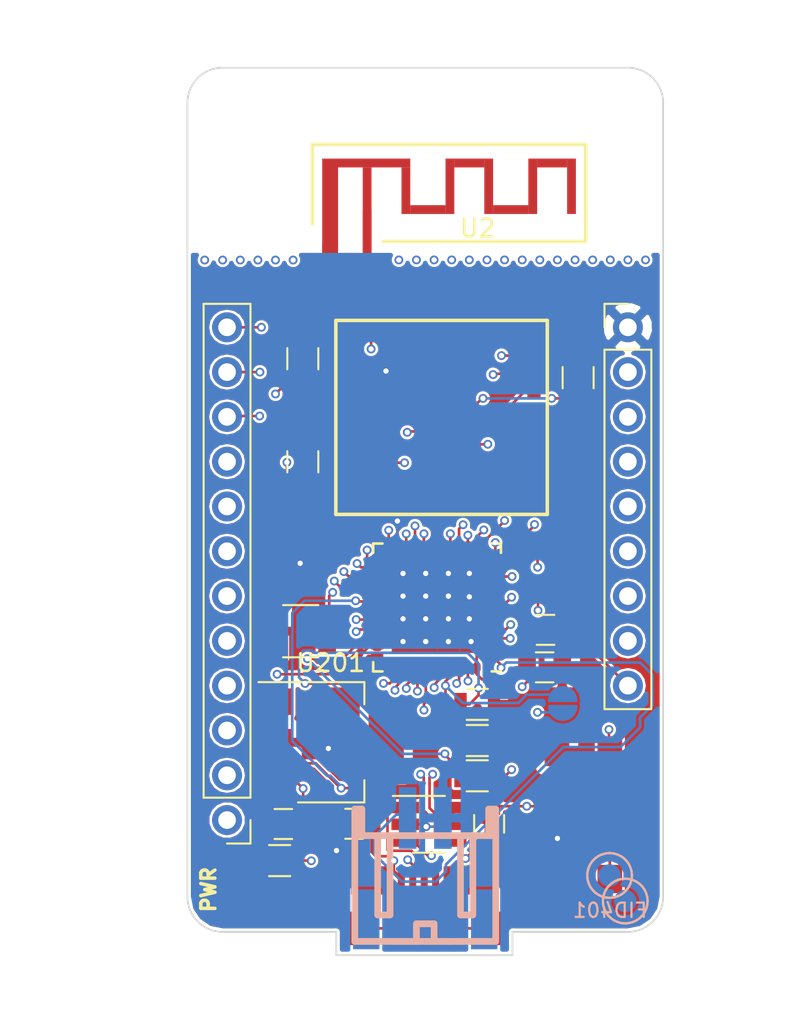
<source format=kicad_pcb>
(kicad_pcb (version 4) (host pcbnew 4.0.7)
  (title_block (title "NEOM Board") (date 2017-11-25) (rev 1) (company "Innovative Tech") (comment 1 "Designed By @Wal99d") (comment 2 "CERN OHL version 1.2."))
  (layers (0 F.Cu signal) (1 In1.Cu signal) (2 In2.Cu signal) (31 B.Cu signal) (34 B.Paste user) (35 F.Paste user) (36 B.SilkS user) (37 F.SilkS user) (38 B.Mask user) (39 F.Mask user) (44 Edge.Cuts user))
  (net 0 "")
  (net 1 +3V3)
  (net 2 GND)
  (net 3 /Power_Managment/VBUS)
  (net 4 /Power_Managment/NRST)
  (net 5 "Net-(C401-Pad1)")
  (net 6 "Net-(D201-Pad2)")
  (net 7 /STM32F401CEU6/BOOT0)
  (net 8 /STM32F401CEU6/PB10)
  (net 9 /STM32F401CEU6/PB2)
  (net 10 /STM32F401CEU6/PA7)
  (net 11 /STM32F401CEU6/PA6)
  (net 12 /STM32F401CEU6/PA5)
  (net 13 /STM32F401CEU6/PA4)
  (net 14 "Net-(P402-Pad2)")
  (net 15 /STM32F401CEU6/PB9)
  (net 16 /STM32F401CEU6/PB8)
  (net 17 /STM32F401CEU6/PB7)
  (net 18 /STM32F401CEU6/PB6)
  (net 19 /STM32F401CEU6/PB5)
  (net 20 /STM32F401CEU6/PB4)
  (net 21 /STM32F401CEU6/PB3)
  (net 22 /STM32F401CEU6/PA15)
  (net 23 /STM32F401CEU6/PB15)
  (net 24 /STM32F401CEU6/PB14)
  (net 25 /STM32F401CEU6/PB13)
  (net 26 /STM32F401CEU6/PB12)
  (net 27 /STM32F401CEU6/SWCLK)
  (net 28 /STM32F401CEU6/SWDIO)
  (net 29 /STM32F401CEU6/USB-)
  (net 30 /STM32F401CEU6/USB+)
  (net 31 "Net-(U401-Pad3)")
  (net 32 "Net-(U401-Pad1)")
  (net 33 "Net-(U402-Pad2)")
  (net 34 "Net-(U402-Pad5)")
  (net 35 "Net-(U402-Pad6)")
  (net 36 "Net-(U402-Pad18)")
  (net 37 "Net-(U402-Pad19)")
  (net 38 "Net-(U402-Pad29)")
  (net 39 "Net-(U402-Pad31)")
  (net 40 "Net-(C1-Pad1)")
  (net 41 "Net-(C2-Pad1)")
  (net 42 "Net-(R1-Pad1)")
  (net 43 "Net-(R2-Pad1)")
  (net 44 "Net-(R2-Pad2)")
  (net 45 "Net-(R3-Pad1)")
  (net 46 "Net-(U1-Pad2)")
  (net 47 /STM32F401CEU6/UART_RTS)
  (net 48 "Net-(U1-Pad4)")
  (net 49 "Net-(U1-Pad6)")
  (net 50 /STM32F401CEU6/UART_RX)
  (net 51 /STM32F401CEU6/UART_TX)
  (net 52 "Net-(U1-Pad9)")
  (net 53 /STM32F401CEU6/UART_CTS)
  (net 54 "Net-(U1-Pad25)")
  (net 55 "Net-(U1-Pad24)")
  (net 56 "Net-(U1-Pad23)")
  (net 57 "Net-(U1-Pad22)")
  (net 58 "Net-(U1-Pad21)")
  (net 59 "Net-(U1-Pad11)")
  (net 60 "Net-(U1-Pad12)")
  (net 61 "Net-(U1-Pad13)")
  (net 62 "Net-(U1-Pad14)")
  (net 63 "Net-(U1-Pad15)")
  (net 64 "Net-(U1-Pad16)")
  (net 65 "Net-(U1-Pad17)")
  (net 66 "Net-(U1-Pad18)")
  (net 67 "Net-(U1-Pad19)")
  (net 68 "Net-(U1-Pad30)")
  (net 69 "Net-(U1-Pad36)")
  (net 70 "Net-(U1-Pad35)")
  (net 71 "Net-(U302-Pad4)")
  (net 72 "Net-(U3-Pad1)")
  (net 73 "Net-(U3-Pad3)")
  (module Footprints2:SW_SPST (layer F.Cu) (at 42.485 62.5 90)
    (fp_text reference SW201 hide)
    (fp_text value SPST hide)
    (pad 1 smd rect (at 3.7 -1.51 90) (size 1.6 1.4) (layers F.Cu F.Paste F.Mask) (net 2 GND))
    (pad 1 smd rect (at -3.5 -1.51 90) (size 1.6 1.4) (layers F.Cu F.Paste F.Mask) (net 2 GND))
    (pad 2 smd rect (at -3.5 1.49 90) (size 1.6 1.4) (layers F.Cu F.Paste F.Mask) (net 4 /Power_Managment/NRST))
    (pad 2 smd rect (at 3.7 1.49 90) (size 1.6 1.4) (layers F.Cu F.Paste F.Mask) (net 4 /Power_Managment/NRST))
  )
  (module Capacitors_SMD:C_0805 (layer F.Cu) (at 25.442 62.883)
    (fp_text reference C202 hide)
    (fp_text value 33u hide)
    (pad 1 smd rect (at -1 0) (size 1 1.25) (layers F.Cu F.Paste F.Mask) (net 2 GND))
    (pad 2 smd rect (at 1 0) (size 1 1.25) (layers F.Cu F.Paste F.Mask) (net 1 +3V3))
  )
  (module Capacitors_SMD:C_0805 (layer F.Cu) (at 37.125 62.875 270)
    (fp_text reference C203 hide)
    (fp_text value 0.1u hide)
    (pad 1 smd rect (at -1 0 270) (size 1 1.25) (layers F.Cu F.Paste F.Mask) (net 4 /Power_Managment/NRST))
    (pad 2 smd rect (at 1 0 270) (size 1 1.25) (layers F.Cu F.Paste F.Mask) (net 2 GND))
  )
  (module Capacitors_SMD:C_0805 (layer F.Cu) (at 40.325 51.875)
    (fp_text reference C204 hide)
    (fp_text value 10n hide)
    (pad 1 smd rect (at -1 0) (size 1 1.25) (layers F.Cu F.Paste F.Mask) (net 1 +3V3))
    (pad 2 smd rect (at 1 0) (size 1 1.25) (layers F.Cu F.Paste F.Mask) (net 2 GND))
  )
  (module Capacitors_SMD:C_0805 (layer F.Cu) (at 40.275 54)
    (fp_text reference C205 hide)
    (fp_text value 1u hide)
    (pad 1 smd rect (at -1 0) (size 1 1.25) (layers F.Cu F.Paste F.Mask) (net 1 +3V3))
    (pad 2 smd rect (at 1 0) (size 1 1.25) (layers F.Cu F.Paste F.Mask) (net 2 GND))
  )
  (module Footprints:0805_LED (layer F.Cu) (at 24.495 66.565 180)
    (fp_text reference D201)
    (fp_text value LED hide)
    (pad 2 smd rect (at -0.03 -0.685 180) (size 0.9 1) (layers F.Cu F.Paste F.Mask) (net 6 "Net-(D201-Pad2)"))
    (pad 2 smd rect (at 1.72 -0.285 180) (size 1.5 1) (layers F.Cu F.Paste F.Mask) (net 6 "Net-(D201-Pad2)"))
    (pad 1 smd rect (at -1.78 -0.285 180) (size 1.5 1) (layers F.Cu F.Paste F.Mask) (net 2 GND))
  )
  (module Footprints2:MF_Aesthetics-FIDUCIAL_100MIL (layer B.Cu) (at 44.85 67.25)
    (fp_text reference FID402 hide)
    (fp_text value FIDUCIAL hide)
    (pad 1 smd circle (at 0 0) (size 1.27 1.27) (layers B.Cu B.Mask))
  )
  (module conn-test:JUMPER-SOLDER-SMD (layer B.Cu) (at 41.3 56.05)
    (fp_text reference JP401 hide)
    (fp_text value Jumper_NO_Small hide)
    (fp_line (start -0.6604 0.254) (end 0.6604 0.254) (layer B.Cu) (width 0.15))
    (fp_line (start 0.6604 0.254) (end 0.6604 0.3556) (layer B.Cu) (width 0.15))
    (fp_line (start 0.6604 0.3556) (end -0.6604 0.3556) (layer B.Cu) (width 0.15))
    (fp_line (start -0.6604 0.3556) (end -0.6604 0.4572) (layer B.Cu) (width 0.15))
    (fp_line (start -0.6604 0.4572) (end 0.6096 0.4572) (layer B.Cu) (width 0.15))
    (fp_line (start 0.6096 0.4572) (end 0.6096 0.5588) (layer B.Cu) (width 0.15))
    (fp_line (start 0.6096 0.5588) (end -0.5588 0.5588) (layer B.Cu) (width 0.15))
    (fp_line (start -0.5588 0.5588) (end -0.508 0.6604) (layer B.Cu) (width 0.15))
    (fp_line (start -0.508 0.6604) (end 0.4572 0.6604) (layer B.Cu) (width 0.15))
    (fp_line (start 0.4572 0.6604) (end 0.3556 0.762) (layer B.Cu) (width 0.15))
    (fp_line (start 0.3556 0.762) (end -0.3556 0.762) (layer B.Cu) (width 0.15))
    (fp_line (start -0.3556 0.762) (end -0.3048 0.8128) (layer B.Cu) (width 0.15))
    (fp_line (start -0.3048 0.8128) (end 0.254 0.8128) (layer B.Cu) (width 0.15))
    (fp_line (start 0.6096 -0.4572) (end 0.6096 -0.5588) (layer B.Cu) (width 0.15))
    (fp_line (start 0.6096 -0.5588) (end -0.508 -0.5588) (layer B.Cu) (width 0.15))
    (fp_line (start -0.508 -0.5588) (end -0.508 -0.6604) (layer B.Cu) (width 0.15))
    (fp_line (start -0.508 -0.6604) (end 0.4572 -0.6604) (layer B.Cu) (width 0.15))
    (fp_line (start 0.4572 -0.6604) (end 0.4572 -0.7112) (layer B.Cu) (width 0.15))
    (fp_line (start 0.4572 -0.7112) (end -0.4064 -0.7112) (layer B.Cu) (width 0.15))
    (fp_line (start -0.4064 -0.7112) (end -0.4064 -0.762) (layer B.Cu) (width 0.15))
    (fp_line (start -0.4064 -0.762) (end 0.3048 -0.762) (layer B.Cu) (width 0.15))
    (fp_line (start 0.3048 -0.762) (end 0.3048 -0.8128) (layer B.Cu) (width 0.15))
    (fp_line (start 0.3048 -0.8128) (end -0.254 -0.8128) (layer B.Cu) (width 0.15))
    (fp_line (start -0.7112 -0.254) (end 0.6604 -0.254) (layer B.Cu) (width 0.15))
    (fp_line (start 0.6604 -0.254) (end 0.6604 -0.3556) (layer B.Cu) (width 0.15))
    (fp_line (start 0.6604 -0.3556) (end -0.6604 -0.3556) (layer B.Cu) (width 0.15))
    (fp_line (start -0.6604 -0.3556) (end -0.6604 -0.4572) (layer B.Cu) (width 0.15))
    (fp_line (start -0.6604 -0.4572) (end 0.6096 -0.4572) (layer B.Cu) (width 0.15))
    (fp_line (start 0.6096 -0.4572) (end 0.6096 -0.508) (layer B.Cu) (width 0.15))
    (fp_line (start -0.762 -0.1524) (end 0.762 -0.1524) (layer B.Cu) (width 0.15))
    (fp_line (start -0.762 0.1524) (end 0.762 0.1524) (layer B.Cu) (width 0.15))
    (fp_arc (start 0 0.1524) (end 0 0.9144) (angle -90) (layer B.Cu) (width 0.15))
    (fp_arc (start 0 0.1524) (end -0.762 0.1524) (angle -90) (layer B.Cu) (width 0.15))
    (fp_arc (start 0 -0.1524) (end 0 -0.9144) (angle -90) (layer B.Cu) (width 0.15))
    (fp_arc (start 0 -0.1524) (end 0.762 -0.1524) (angle -90) (layer B.Cu) (width 0.15))
    (pad 2 smd trapezoid (at 0 0.5 270) (size 0.6 1) (rect_delta 0.1 0) (layers B.Cu B.Mask) (net 1 +3V3))
    (pad 1 smd trapezoid (at 0 -0.5 90) (size 0.6 1) (rect_delta 0.1 0) (layers B.Cu B.Mask) (net 7 /STM32F401CEU6/BOOT0))
  )
  (module rascalmicro-kicad-footprints:s2b-ph-sm4-tb (layer B.Cu) (at 33.5 62.54 180)
    (fp_text reference P402 hide)
    (fp_text value CONN_01X02 hide)
    (pad 1 smd rect (at -1.00076 0 180) (size 0.99568 3.49758) (layers B.Cu B.Paste B.Mask) (net 2 GND))
    (pad 2 smd rect (at 1.00076 0 180) (size 0.99822 3.49758) (layers B.Cu B.Paste B.Mask) (net 14 "Net-(P402-Pad2)"))
    (pad "" smd rect (at -3.34518 -5.74802 180) (size 1.4986 3.39852) (layers B.Cu B.Paste B.Mask))
    (pad "" smd rect (at 3.34772 -5.74802 180) (size 1.4986 3.39598) (layers B.Cu B.Paste B.Mask))
  )
  (module Pin_Headers:Pin_Header_Straight_1x12_Pitch2.54mm (layer F.Cu) (at 22.25 62.66 180)
    (fp_text reference P403 hide)
    (fp_text value CONN_01X12 hide)
    (pad 1 thru_hole circle (at 0 0 180) (size 1.7 1.7) (drill 1) (layers *.Cu *.Mask) (net 4 /Power_Managment/NRST))
    (pad 2 thru_hole oval (at 0 2.54 180) (size 1.7 1.7) (drill 1) (layers *.Cu *.Mask) (net 15 /STM32F401CEU6/PB9))
    (pad 3 thru_hole oval (at 0 5.08 180) (size 1.7 1.7) (drill 1) (layers *.Cu *.Mask) (net 16 /STM32F401CEU6/PB8))
    (pad 4 thru_hole oval (at 0 7.62 180) (size 1.7 1.7) (drill 1) (layers *.Cu *.Mask) (net 17 /STM32F401CEU6/PB7))
    (pad 5 thru_hole oval (at 0 10.16 180) (size 1.7 1.7) (drill 1) (layers *.Cu *.Mask) (net 18 /STM32F401CEU6/PB6))
    (pad 6 thru_hole oval (at 0 12.7 180) (size 1.7 1.7) (drill 1) (layers *.Cu *.Mask) (net 19 /STM32F401CEU6/PB5))
    (pad 7 thru_hole oval (at 0 15.24 180) (size 1.7 1.7) (drill 1) (layers *.Cu *.Mask) (net 20 /STM32F401CEU6/PB4))
    (pad 8 thru_hole oval (at 0 17.78 180) (size 1.7 1.7) (drill 1) (layers *.Cu *.Mask) (net 21 /STM32F401CEU6/PB3))
    (pad 9 thru_hole oval (at 0 20.32 180) (size 1.7 1.7) (drill 1) (layers *.Cu *.Mask) (net 22 /STM32F401CEU6/PA15))
    (pad 10 thru_hole oval (at 0 22.86 180) (size 1.7 1.7) (drill 1) (layers *.Cu *.Mask) (net 23 /STM32F401CEU6/PB15))
    (pad 11 thru_hole oval (at 0 25.4 180) (size 1.7 1.7) (drill 1) (layers *.Cu *.Mask) (net 24 /STM32F401CEU6/PB14))
    (pad 12 thru_hole oval (at 0 27.94 180) (size 1.7 1.7) (drill 1) (layers *.Cu *.Mask) (net 25 /STM32F401CEU6/PB13))
  )
  (module Resistors_SMD:R_0805 (layer F.Cu) (at 25.234 64.958 180)
    (fp_text reference R201 hide)
    (fp_text value 680 hide)
    (pad 1 smd rect (at -0.95 0 180) (size 0.7 1.3) (layers F.Cu F.Paste F.Mask) (net 1 +3V3))
    (pad 2 smd rect (at 0.95 0 180) (size 0.7 1.3) (layers F.Cu F.Paste F.Mask) (net 6 "Net-(D201-Pad2)"))
  )
  (module Resistors_SMD:R_0805 (layer F.Cu) (at 36.45 58.15)
    (fp_text reference R401 hide)
    (fp_text value 680 hide)
    (pad 1 smd rect (at -0.95 0) (size 0.7 1.3) (layers F.Cu F.Paste F.Mask) (net 7 /STM32F401CEU6/BOOT0))
    (pad 2 smd rect (at 0.95 0) (size 0.7 1.3) (layers F.Cu F.Paste F.Mask) (net 2 GND))
  )
  (module Resistors_SMD:R_0805 (layer F.Cu) (at 36.45 56.1)
    (fp_text reference R402 hide)
    (fp_text value 100K hide)
    (pad 1 smd rect (at -0.95 0) (size 0.7 1.3) (layers F.Cu F.Paste F.Mask) (net 27 /STM32F401CEU6/SWCLK))
    (pad 2 smd rect (at 0.95 0) (size 0.7 1.3) (layers F.Cu F.Paste F.Mask) (net 2 GND))
  )
  (module Resistors_SMD:R_0805 (layer F.Cu) (at 36.45 60.15 180)
    (fp_text reference R403 hide)
    (fp_text value 100K hide)
    (pad 1 smd rect (at -0.95 0 180) (size 0.7 1.3) (layers F.Cu F.Paste F.Mask) (net 1 +3V3))
    (pad 2 smd rect (at 0.95 0 180) (size 0.7 1.3) (layers F.Cu F.Paste F.Mask) (net 28 /STM32F401CEU6/SWDIO))
  )
  (module Footprints2:MICRO_USB_B_Type (layer F.Cu) (at 33.44 68.83)
    (fp_text reference U302)
    (fp_text value USB_Micro_B hide)
    (pad 0 smd rect (at 3.1 -2.75) (size 2.1 1.6) (layers F.Cu F.Paste F.Mask) (net 2 GND))
    (pad 0 smd rect (at -3.1 -2.75) (size 2.1 1.6) (layers F.Cu F.Paste F.Mask) (net 2 GND))
    (pad 5 smd rect (at 1.3 -2.875) (size 0.4 1.35) (layers F.Cu F.Paste F.Mask) (net 2 GND))
    (pad 1 smd rect (at -1.3 -2.875) (size 0.4 1.35) (layers F.Cu F.Paste F.Mask) (net 3 /Power_Managment/VBUS))
    (pad 4 smd rect (at 0.65 -2.875) (size 0.4 1.35) (layers F.Cu F.Paste F.Mask) (net 71 "Net-(U302-Pad4)"))
    (pad 2 smd rect (at -0.65 -2.875) (size 0.4 1.35) (layers F.Cu F.Paste F.Mask) (net 73 "Net-(U3-Pad3)"))
    (pad 0 smd rect (at 1.26 -0.03) (size 1.8 1.9) (layers F.Cu F.Paste F.Mask) (net 2 GND))
    (pad 0 smd rect (at -1.24 -0.03) (size 1.8 1.9) (layers F.Cu F.Paste F.Mask) (net 2 GND))
    (pad 0 smd rect (at 3.81 -0.03) (size 1.8 1.9) (layers F.Cu F.Paste F.Mask) (net 2 GND))
    (pad 0 smd rect (at -3.79 -0.03) (size 1.8 1.9) (layers F.Cu F.Paste F.Mask) (net 2 GND))
    (pad 3 smd rect (at 0 -2.875) (size 0.4 1.35) (layers F.Cu F.Paste F.Mask) (net 72 "Net-(U3-Pad1)"))
  )
  (module Footprints:16Mhz (layer F.Cu) (at 39.875 48.925 270)
    (fp_text reference U401)
    (fp_text value 16Mhz hide)
    (pad 3 smd rect (at 1.2 0 270) (size 0.4 1.9) (layers F.Cu F.Paste F.Mask) (net 31 "Net-(U401-Pad3)"))
    (pad 2 smd rect (at 0 0 270) (size 0.4 1.9) (layers F.Cu F.Paste F.Mask) (net 2 GND))
    (pad 1 smd rect (at -1.2 0 270) (size 0.4 1.9) (layers F.Cu F.Paste F.Mask) (net 32 "Net-(U401-Pad1)"))
  )
  (module Housings_DFN_QFN:QFN-48-1EP_7x7mm_Pitch0.5mm (layer F.Cu) (at 34.16875 50.60625 180)
    (fp_text reference U402 hide)
    (fp_text value STM32F401CEU6 hide)
    (pad 1 smd rect (at -3.4 -2.75 180) (size 0.7 0.25) (layers F.Cu F.Paste F.Mask) (net 14 "Net-(P402-Pad2)"))
    (pad 2 smd rect (at -3.4 -2.25 180) (size 0.7 0.25) (layers F.Cu F.Paste F.Mask) (net 33 "Net-(U402-Pad2)"))
    (pad 3 smd rect (at -3.4 -1.75 180) (size 0.7 0.25) (layers F.Cu F.Paste F.Mask) (net 31 "Net-(U401-Pad3)"))
    (pad 4 smd rect (at -3.4 -1.25 180) (size 0.7 0.25) (layers F.Cu F.Paste F.Mask) (net 32 "Net-(U401-Pad1)"))
    (pad 5 smd rect (at -3.4 -0.75 180) (size 0.7 0.25) (layers F.Cu F.Paste F.Mask) (net 34 "Net-(U402-Pad5)"))
    (pad 6 smd rect (at -3.4 -0.25 180) (size 0.7 0.25) (layers F.Cu F.Paste F.Mask) (net 35 "Net-(U402-Pad6)"))
    (pad 7 smd rect (at -3.4 0.25 180) (size 0.7 0.25) (layers F.Cu F.Paste F.Mask) (net 4 /Power_Managment/NRST))
    (pad 8 smd rect (at -3.4 0.75 180) (size 0.7 0.25) (layers F.Cu F.Paste F.Mask) (net 2 GND))
    (pad 9 smd rect (at -3.4 1.25 180) (size 0.7 0.25) (layers F.Cu F.Paste F.Mask) (net 1 +3V3))
    (pad 10 smd rect (at -3.4 1.75 180) (size 0.7 0.25) (layers F.Cu F.Paste F.Mask) (net 53 /STM32F401CEU6/UART_CTS))
    (pad 11 smd rect (at -3.4 2.25 180) (size 0.7 0.25) (layers F.Cu F.Paste F.Mask) (net 47 /STM32F401CEU6/UART_RTS))
    (pad 12 smd rect (at -3.4 2.75 180) (size 0.7 0.25) (layers F.Cu F.Paste F.Mask) (net 50 /STM32F401CEU6/UART_RX))
    (pad 13 smd rect (at -2.75 3.4 270) (size 0.7 0.25) (layers F.Cu F.Paste F.Mask) (net 51 /STM32F401CEU6/UART_TX))
    (pad 14 smd rect (at -2.25 3.4 270) (size 0.7 0.25) (layers F.Cu F.Paste F.Mask) (net 13 /STM32F401CEU6/PA4))
    (pad 15 smd rect (at -1.75 3.4 270) (size 0.7 0.25) (layers F.Cu F.Paste F.Mask) (net 12 /STM32F401CEU6/PA5))
    (pad 16 smd rect (at -1.25 3.4 270) (size 0.7 0.25) (layers F.Cu F.Paste F.Mask) (net 11 /STM32F401CEU6/PA6))
    (pad 17 smd rect (at -0.75 3.4 270) (size 0.7 0.25) (layers F.Cu F.Paste F.Mask) (net 10 /STM32F401CEU6/PA7))
    (pad 18 smd rect (at -0.25 3.4 270) (size 0.7 0.25) (layers F.Cu F.Paste F.Mask) (net 36 "Net-(U402-Pad18)"))
    (pad 19 smd rect (at 0.25 3.4 270) (size 0.7 0.25) (layers F.Cu F.Paste F.Mask) (net 37 "Net-(U402-Pad19)"))
    (pad 20 smd rect (at 0.75 3.4 270) (size 0.7 0.25) (layers F.Cu F.Paste F.Mask) (net 9 /STM32F401CEU6/PB2))
    (pad 21 smd rect (at 1.25 3.4 270) (size 0.7 0.25) (layers F.Cu F.Paste F.Mask) (net 8 /STM32F401CEU6/PB10))
    (pad 22 smd rect (at 1.75 3.4 270) (size 0.7 0.25) (layers F.Cu F.Paste F.Mask) (net 5 "Net-(C401-Pad1)"))
    (pad 23 smd rect (at 2.25 3.4 270) (size 0.7 0.25) (layers F.Cu F.Paste F.Mask) (net 2 GND))
    (pad 24 smd rect (at 2.75 3.4 270) (size 0.7 0.25) (layers F.Cu F.Paste F.Mask) (net 1 +3V3))
    (pad 25 smd rect (at 3.4 2.75 180) (size 0.7 0.25) (layers F.Cu F.Paste F.Mask) (net 26 /STM32F401CEU6/PB12))
    (pad 26 smd rect (at 3.4 2.25 180) (size 0.7 0.25) (layers F.Cu F.Paste F.Mask) (net 25 /STM32F401CEU6/PB13))
    (pad 27 smd rect (at 3.4 1.75 180) (size 0.7 0.25) (layers F.Cu F.Paste F.Mask) (net 24 /STM32F401CEU6/PB14))
    (pad 28 smd rect (at 3.4 1.25 180) (size 0.7 0.25) (layers F.Cu F.Paste F.Mask) (net 23 /STM32F401CEU6/PB15))
    (pad 29 smd rect (at 3.4 0.75 180) (size 0.7 0.25) (layers F.Cu F.Paste F.Mask) (net 38 "Net-(U402-Pad29)"))
    (pad 30 smd rect (at 3.4 0.25 180) (size 0.7 0.25) (layers F.Cu F.Paste F.Mask) (net 3 /Power_Managment/VBUS))
    (pad 31 smd rect (at 3.4 -0.25 180) (size 0.7 0.25) (layers F.Cu F.Paste F.Mask) (net 39 "Net-(U402-Pad31)"))
    (pad 32 smd rect (at 3.4 -0.75 180) (size 0.7 0.25) (layers F.Cu F.Paste F.Mask) (net 29 /STM32F401CEU6/USB-))
    (pad 33 smd rect (at 3.4 -1.25 180) (size 0.7 0.25) (layers F.Cu F.Paste F.Mask) (net 30 /STM32F401CEU6/USB+))
    (pad 34 smd rect (at 3.4 -1.75 180) (size 0.7 0.25) (layers F.Cu F.Paste F.Mask) (net 28 /STM32F401CEU6/SWDIO))
    (pad 35 smd rect (at 3.4 -2.25 180) (size 0.7 0.25) (layers F.Cu F.Paste F.Mask) (net 2 GND))
    (pad 36 smd rect (at 3.4 -2.75 180) (size 0.7 0.25) (layers F.Cu F.Paste F.Mask) (net 1 +3V3))
    (pad 37 smd rect (at 2.75 -3.4 270) (size 0.7 0.25) (layers F.Cu F.Paste F.Mask) (net 27 /STM32F401CEU6/SWCLK))
    (pad 38 smd rect (at 2.25 -3.4 270) (size 0.7 0.25) (layers F.Cu F.Paste F.Mask) (net 22 /STM32F401CEU6/PA15))
    (pad 39 smd rect (at 1.75 -3.4 270) (size 0.7 0.25) (layers F.Cu F.Paste F.Mask) (net 21 /STM32F401CEU6/PB3))
    (pad 40 smd rect (at 1.25 -3.4 270) (size 0.7 0.25) (layers F.Cu F.Paste F.Mask) (net 20 /STM32F401CEU6/PB4))
    (pad 41 smd rect (at 0.75 -3.4 270) (size 0.7 0.25) (layers F.Cu F.Paste F.Mask) (net 19 /STM32F401CEU6/PB5))
    (pad 42 smd rect (at 0.25 -3.4 270) (size 0.7 0.25) (layers F.Cu F.Paste F.Mask) (net 18 /STM32F401CEU6/PB6))
    (pad 43 smd rect (at -0.25 -3.4 270) (size 0.7 0.25) (layers F.Cu F.Paste F.Mask) (net 17 /STM32F401CEU6/PB7))
    (pad 44 smd rect (at -0.75 -3.4 270) (size 0.7 0.25) (layers F.Cu F.Paste F.Mask) (net 7 /STM32F401CEU6/BOOT0))
    (pad 45 smd rect (at -1.25 -3.4 270) (size 0.7 0.25) (layers F.Cu F.Paste F.Mask) (net 16 /STM32F401CEU6/PB8))
    (pad 46 smd rect (at -1.75 -3.4 270) (size 0.7 0.25) (layers F.Cu F.Paste F.Mask) (net 15 /STM32F401CEU6/PB9))
    (pad 47 smd rect (at -2.25 -3.4 270) (size 0.7 0.25) (layers F.Cu F.Paste F.Mask) (net 2 GND))
    (pad 48 smd rect (at -2.75 -3.4 270) (size 0.7 0.25) (layers F.Cu F.Paste F.Mask) (net 1 +3V3))
    (pad 49 smd rect (at 1.93125 1.93125 180) (size 1.2875 1.2875) (layers F.Cu F.Paste F.Mask) (net 2 GND))
    (pad 49 smd rect (at 1.93125 0.64375 180) (size 1.2875 1.2875) (layers F.Cu F.Paste F.Mask) (net 2 GND))
    (pad 49 smd rect (at 1.93125 -0.64375 180) (size 1.2875 1.2875) (layers F.Cu F.Paste F.Mask) (net 2 GND))
    (pad 49 smd rect (at 1.93125 -1.93125 180) (size 1.2875 1.2875) (layers F.Cu F.Paste F.Mask) (net 2 GND))
    (pad 49 smd rect (at 0.64375 1.93125 180) (size 1.2875 1.2875) (layers F.Cu F.Paste F.Mask) (net 2 GND))
    (pad 49 smd rect (at 0.64375 0.64375 180) (size 1.2875 1.2875) (layers F.Cu F.Paste F.Mask) (net 2 GND))
    (pad 49 smd rect (at 0.64375 -0.64375 180) (size 1.2875 1.2875) (layers F.Cu F.Paste F.Mask) (net 2 GND))
    (pad 49 smd rect (at 0.64375 -1.93125 180) (size 1.2875 1.2875) (layers F.Cu F.Paste F.Mask) (net 2 GND))
    (pad 49 smd rect (at -0.64375 1.93125 180) (size 1.2875 1.2875) (layers F.Cu F.Paste F.Mask) (net 2 GND))
    (pad 49 smd rect (at -0.64375 0.64375 180) (size 1.2875 1.2875) (layers F.Cu F.Paste F.Mask) (net 2 GND))
    (pad 49 smd rect (at -0.64375 -0.64375 180) (size 1.2875 1.2875) (layers F.Cu F.Paste F.Mask) (net 2 GND))
    (pad 49 smd rect (at -0.64375 -1.93125 180) (size 1.2875 1.2875) (layers F.Cu F.Paste F.Mask) (net 2 GND))
    (pad 49 smd rect (at -1.93125 1.93125 180) (size 1.2875 1.2875) (layers F.Cu F.Paste F.Mask) (net 2 GND))
    (pad 49 smd rect (at -1.93125 0.64375 180) (size 1.2875 1.2875) (layers F.Cu F.Paste F.Mask) (net 2 GND))
    (pad 49 smd rect (at -1.93125 -0.64375 180) (size 1.2875 1.2875) (layers F.Cu F.Paste F.Mask) (net 2 GND))
    (pad 49 smd rect (at -1.93125 -1.93125 180) (size 1.2875 1.2875) (layers F.Cu F.Paste F.Mask) (net 2 GND))
  )
  (module Capacitors_SMD:C_0402_NoSilk (layer F.Cu) (at 32.8 32.325 270)
    (fp_text reference C1 hide)
    (fp_text value NF hide)
    (pad 1 smd rect (at -0.55 0 270) (size 0.6 0.5) (layers F.Cu F.Paste F.Mask) (net 40 "Net-(C1-Pad1)"))
    (pad 2 smd rect (at 0.55 0 270) (size 0.6 0.5) (layers F.Cu F.Paste F.Mask) (net 2 GND))
  )
  (module Capacitors_SMD:C_0402_NoSilk (layer F.Cu) (at 30.2 32.325 270)
    (fp_text reference C2 hide)
    (fp_text value NF hide)
    (pad 1 smd rect (at -0.55 0 270) (size 0.6 0.5) (layers F.Cu F.Paste F.Mask) (net 41 "Net-(C2-Pad1)"))
    (pad 2 smd rect (at 0.55 0 270) (size 0.6 0.5) (layers F.Cu F.Paste F.Mask) (net 2 GND))
  )
  (module Pin_Headers:Pin_Header_Straight_1x09_Pitch2.54mm (layer F.Cu) (at 45 34.72)
    (fp_text reference P1 hide)
    (fp_text value CONN_01X09 hide)
    (pad 1 thru_hole circle (at 0 0) (size 1.7 1.7) (drill 1) (layers *.Cu *.Mask) (net 2 GND))
    (pad 2 thru_hole oval (at 0 2.54) (size 1.7 1.7) (drill 1) (layers *.Cu *.Mask) (net 26 /STM32F401CEU6/PB12))
    (pad 3 thru_hole oval (at 0 5.08) (size 1.7 1.7) (drill 1) (layers *.Cu *.Mask) (net 8 /STM32F401CEU6/PB10))
    (pad 4 thru_hole oval (at 0 7.62) (size 1.7 1.7) (drill 1) (layers *.Cu *.Mask) (net 9 /STM32F401CEU6/PB2))
    (pad 5 thru_hole oval (at 0 10.16) (size 1.7 1.7) (drill 1) (layers *.Cu *.Mask) (net 10 /STM32F401CEU6/PA7))
    (pad 6 thru_hole oval (at 0 12.7) (size 1.7 1.7) (drill 1) (layers *.Cu *.Mask) (net 11 /STM32F401CEU6/PA6))
    (pad 7 thru_hole oval (at 0 15.24) (size 1.7 1.7) (drill 1) (layers *.Cu *.Mask) (net 12 /STM32F401CEU6/PA5))
    (pad 8 thru_hole oval (at 0 17.78) (size 1.7 1.7) (drill 1) (layers *.Cu *.Mask) (net 13 /STM32F401CEU6/PA4))
    (pad 9 thru_hole oval (at 0 20.32) (size 1.7 1.7) (drill 1) (layers *.Cu *.Mask) (net 1 +3V3))
  )
  (module Resistors_SMD:R_0805_HandSoldering (layer F.Cu) (at 42.175 37.575 90)
    (fp_text reference R1 hide)
    (fp_text value 100k)
    (pad 1 smd rect (at -1.35 0 90) (size 1.5 1.3) (layers F.Cu F.Paste F.Mask) (net 42 "Net-(R1-Pad1)"))
    (pad 2 smd rect (at 1.35 0 90) (size 1.5 1.3) (layers F.Cu F.Paste F.Mask) (net 2 GND))
  )
  (module Resistors_SMD:R_0805_HandSoldering (layer F.Cu) (at 26.55 42.345 270)
    (fp_text reference R2 hide)
    (fp_text value 1k hide)
    (pad 1 smd rect (at -1.35 0 270) (size 1.5 1.3) (layers F.Cu F.Paste F.Mask) (net 43 "Net-(R2-Pad1)"))
    (pad 2 smd rect (at 1.35 0 270) (size 1.5 1.3) (layers F.Cu F.Paste F.Mask) (net 44 "Net-(R2-Pad2)"))
  )
  (module Resistors_SMD:R_0805_HandSoldering (layer F.Cu) (at 26.55 36.5 270)
    (fp_text reference R3 hide)
    (fp_text value 100k hide)
    (pad 1 smd rect (at -1.35 0 270) (size 1.5 1.3) (layers F.Cu F.Paste F.Mask) (net 45 "Net-(R3-Pad1)"))
    (pad 2 smd rect (at 1.35 0 270) (size 1.5 1.3) (layers F.Cu F.Paste F.Mask) (net 1 +3V3))
  )
  (module Resistors_SMD:R_0402_NoSilk (layer F.Cu) (at 31.525 31.775)
    (fp_text reference R4 hide)
    (fp_text value 0 hide)
    (pad 1 smd rect (at -0.45 0) (size 0.4 0.6) (layers F.Cu F.Paste F.Mask) (net 41 "Net-(C2-Pad1)"))
    (pad 2 smd rect (at 0.45 0) (size 0.4 0.6) (layers F.Cu F.Paste F.Mask) (net 40 "Net-(C1-Pad1)"))
  )
  (module Footprints2:AMW007R (layer F.Cu) (at 30.425 44.58)
    (fp_text reference U1 hide)
    (fp_text value "AMW007R\r")
    (pad 1 smd rect (at -1.13 -9.355) (size 1 1) (layers F.Cu F.Paste F.Mask) (net 2 GND))
    (pad 10 smd rect (at -1.13 -0.095) (size 1 1) (layers F.Cu F.Paste F.Mask) (net 2 GND))
    (pad 20 smd rect (at 9.115 -0.095) (size 1 1) (layers F.Cu F.Paste F.Mask) (net 2 GND))
    (pad 29 smd rect (at 9.115 -9.345) (size 1 1) (layers F.Cu F.Paste F.Mask) (net 2 GND))
    (pad 2 smd rect (at -1.255 -8.225) (size 0.75 0.75) (layers F.Cu F.Paste F.Mask) (net 46 "Net-(U1-Pad2)"))
    (pad 28 smd rect (at 9.245 -8.22) (size 0.75 0.75) (layers F.Cu F.Paste F.Mask) (net 47 /STM32F401CEU6/UART_RTS))
    (pad 3 smd rect (at -1.255 -7.225) (size 0.75 0.75) (layers F.Cu F.Paste F.Mask) (net 43 "Net-(R2-Pad1)"))
    (pad 4 smd rect (at -1.255 -6.225) (size 0.75 0.75) (layers F.Cu F.Paste F.Mask) (net 48 "Net-(U1-Pad4)"))
    (pad 5 smd rect (at -1.255 -5.225) (size 0.75 0.75) (layers F.Cu F.Paste F.Mask) (net 42 "Net-(R1-Pad1)"))
    (pad 6 smd rect (at -1.255 -4.225) (size 0.75 0.75) (layers F.Cu F.Paste F.Mask) (net 49 "Net-(U1-Pad6)"))
    (pad 7 smd rect (at -1.255 -3.225) (size 0.75 0.75) (layers F.Cu F.Paste F.Mask) (net 50 /STM32F401CEU6/UART_RX))
    (pad 8 smd rect (at -1.255 -2.225) (size 0.75 0.75) (layers F.Cu F.Paste F.Mask) (net 51 /STM32F401CEU6/UART_TX))
    (pad 9 smd rect (at -1.255 -1.225) (size 0.75 0.75) (layers F.Cu F.Paste F.Mask) (net 52 "Net-(U1-Pad9)"))
    (pad 27 smd rect (at 9.245 -7.225) (size 0.75 0.75) (layers F.Cu F.Paste F.Mask) (net 53 /STM32F401CEU6/UART_CTS))
    (pad 26 smd rect (at 9.245 -6.225) (size 0.75 0.75) (layers F.Cu F.Paste F.Mask) (net 44 "Net-(R2-Pad2)"))
    (pad 25 smd rect (at 9.245 -5.225) (size 0.75 0.75) (layers F.Cu F.Paste F.Mask) (net 54 "Net-(U1-Pad25)"))
    (pad 24 smd rect (at 9.245 -4.225) (size 0.75 0.75) (layers F.Cu F.Paste F.Mask) (net 55 "Net-(U1-Pad24)"))
    (pad 23 smd rect (at 9.245 -3.225) (size 0.75 0.75) (layers F.Cu F.Paste F.Mask) (net 56 "Net-(U1-Pad23)"))
    (pad 22 smd rect (at 9.245 -2.225) (size 0.75 0.75) (layers F.Cu F.Paste F.Mask) (net 57 "Net-(U1-Pad22)"))
    (pad 21 smd rect (at 9.245 -1.225) (size 0.75 0.75) (layers F.Cu F.Paste F.Mask) (net 58 "Net-(U1-Pad21)"))
    (pad 11 smd rect (at 0 0.03) (size 0.75 0.75) (layers F.Cu F.Paste F.Mask) (net 59 "Net-(U1-Pad11)"))
    (pad 12 smd rect (at 1 0.03) (size 0.75 0.75) (layers F.Cu F.Paste F.Mask) (net 60 "Net-(U1-Pad12)"))
    (pad 13 smd rect (at 2 0.03) (size 0.75 0.75) (layers F.Cu F.Paste F.Mask) (net 61 "Net-(U1-Pad13)"))
    (pad 14 smd rect (at 3 0.03) (size 0.75 0.75) (layers F.Cu F.Paste F.Mask) (net 62 "Net-(U1-Pad14)"))
    (pad 15 smd rect (at 4 0.03) (size 0.75 0.75) (layers F.Cu F.Paste F.Mask) (net 63 "Net-(U1-Pad15)"))
    (pad 16 smd rect (at 5 0.03) (size 0.75 0.75) (layers F.Cu F.Paste F.Mask) (net 64 "Net-(U1-Pad16)"))
    (pad 17 smd rect (at 6 0.03) (size 0.75 0.75) (layers F.Cu F.Paste F.Mask) (net 65 "Net-(U1-Pad17)"))
    (pad 18 smd rect (at 7 0.03) (size 0.75 0.75) (layers F.Cu F.Paste F.Mask) (net 66 "Net-(U1-Pad18)"))
    (pad 19 smd rect (at 8 0.03) (size 0.75 0.75) (layers F.Cu F.Paste F.Mask) (net 67 "Net-(U1-Pad19)"))
    (pad 31 smd rect (at 7 -9.48) (size 0.75 0.75) (layers F.Cu F.Paste F.Mask) (net 2 GND))
    (pad 32 smd rect (at 6 -9.48) (size 0.75 0.75) (layers F.Cu F.Paste F.Mask) (net 40 "Net-(C1-Pad1)"))
    (pad 33 smd rect (at 5 -9.48) (size 0.75 0.75) (layers F.Cu F.Paste F.Mask) (net 2 GND))
    (pad 30 smd rect (at 8 -9.48) (size 0.75 0.75) (layers F.Cu F.Paste F.Mask) (net 68 "Net-(U1-Pad30)"))
    (pad 37 smd rect (at 1 -9.48) (size 0.75 0.75) (layers F.Cu F.Paste F.Mask) (net 2 GND))
    (pad 36 smd rect (at 2 -9.48) (size 0.75 0.75) (layers F.Cu F.Paste F.Mask) (net 69 "Net-(U1-Pad36)"))
    (pad 35 smd rect (at 3 -9.48) (size 0.75 0.75) (layers F.Cu F.Paste F.Mask) (net 70 "Net-(U1-Pad35)"))
    (pad 34 smd rect (at 4 -9.48) (size 0.75 0.75) (layers F.Cu F.Paste F.Mask) (net 45 "Net-(R3-Pad1)"))
    (pad 38 smd rect (at 0 -9.48) (size 0.75 0.75) (layers F.Cu F.Paste F.Mask) (net 1 +3V3))
  )
  (module Capacitors_SMD:C_1210 (layer F.Cu) (at 26.43 51.95 180)
    (fp_text reference C401 hide)
    (fp_text value C hide)
    (pad 1 smd rect (at -1.5 0 180) (size 1 2.5) (layers F.Cu F.Paste F.Mask) (net 5 "Net-(C401-Pad1)"))
    (pad 2 smd rect (at 1.5 0 180) (size 1 2.5) (layers F.Cu F.Paste F.Mask) (net 2 GND))
  )
  (module Capacitors_SMD:C_0805 (layer F.Cu) (at 29.46 62.87)
    (fp_text reference C201 hide)
    (fp_text value 0.47u)
    (pad 1 smd rect (at -1 0) (size 1 1.25) (layers F.Cu F.Paste F.Mask) (net 2 GND))
    (pad 2 smd rect (at 1 0) (size 1 1.25) (layers F.Cu F.Paste F.Mask) (net 3 /Power_Managment/VBUS))
  )
  (module TO_SOT_Packages_SMD:SOT-23-6_Handsoldering (layer F.Cu) (at 33.71 62.9)
    (fp_text reference U3 hide)
    (fp_text value USBLC6-2)
    (pad 1 smd rect (at -1.35 -0.95) (size 1.56 0.65) (layers F.Cu F.Paste F.Mask) (net 72 "Net-(U3-Pad1)"))
    (pad 2 smd rect (at -1.35 0) (size 1.56 0.65) (layers F.Cu F.Paste F.Mask) (net 2 GND))
    (pad 3 smd rect (at -1.35 0.95) (size 1.56 0.65) (layers F.Cu F.Paste F.Mask) (net 73 "Net-(U3-Pad3)"))
    (pad 4 smd rect (at 1.35 0.95) (size 1.56 0.65) (layers F.Cu F.Paste F.Mask) (net 29 /STM32F401CEU6/USB-))
    (pad 6 smd rect (at 1.35 -0.95) (size 1.56 0.65) (layers F.Cu F.Paste F.Mask) (net 30 /STM32F401CEU6/USB+))
    (pad 5 smd rect (at 1.35 0) (size 1.56 0.65) (layers F.Cu F.Paste F.Mask) (net 3 /Power_Managment/VBUS))
  )
  (module TO_SOT_Packages_SMD:SOT-223 (layer F.Cu) (at 28.133 58.248)
    (fp_text reference U201 (at 0 -4.5) (layer F.SilkS))
    (fp_text value LM3940)
    (pad 4 smd rect (at 3.15 0) (size 2 3.8) (layers F.Cu F.Paste F.Mask) (net 2 GND))
    (pad 2 smd rect (at -3.15 0) (size 2 1.5) (layers F.Cu F.Paste F.Mask) (net 2 GND))
    (pad 3 smd rect (at -3.15 2.3) (size 2 1.5) (layers F.Cu F.Paste F.Mask) (net 1 +3V3))
    (pad 1 smd rect (at -3.15 -2.3) (size 2 1.5) (layers F.Cu F.Paste F.Mask) (net 3 /Power_Managment/VBUS))
  )
  (module Footprints2:MF_Aesthetics-FIDUCIAL_100MIL (layer B.Cu) (at 43.96 65.8)
    (fp_text reference FID401 (at 0.0254 1.9812) (layer B.SilkS) (effects (font (size 0.8128 0.8128) (thickness 0.127)) (justify mirror)))
    (fp_text value FIDUCIAL)
    (pad 1 smd circle (at 0 0) (size 1.27 1.27) (layers B.Cu B.Mask))
  )
  (module Footprints2:2.4Ghz_PCB_Antenna1 (layer F.Cu) (at 28.1 27.855)
    (fp_text reference U2 (at 8.37 1.25) (layer F.SilkS))
    (fp_text value 2.4Ghz_Ant1)
    (pad 1 smd rect (at 0 0) (size 0.9 5.4) (layers F.Cu F.Paste F.Mask) (net 41 "Net-(C2-Pad1)"))
    (pad 1 smd rect (at 2.5 -2.45 180) (size 4.1 0.5) (layers F.Cu F.Paste F.Mask) (net 41 "Net-(C2-Pad1)"))
    (pad 1 smd rect (at 2.1 0.25) (size 0.5 4.9) (layers F.Cu F.Paste F.Mask) (net 41 "Net-(C2-Pad1)"))
    (pad 1 smd rect (at 4.3 -0.88) (size 0.5 2.64) (layers F.Cu F.Paste F.Mask) (net 41 "Net-(C2-Pad1)"))
    (pad 1 smd rect (at 5.55 0.19 180) (size 2 0.5) (layers F.Cu F.Paste F.Mask) (net 41 "Net-(C2-Pad1)"))
    (pad 1 smd rect (at 6.8 -1.13) (size 0.5 3.14) (layers F.Cu F.Paste F.Mask) (net 41 "Net-(C2-Pad1)"))
    (pad 1 smd rect (at 7.9 -2.45 180) (size 1.7 0.5) (layers F.Cu F.Paste F.Mask) (net 41 "Net-(C2-Pad1)"))
    (pad 1 smd rect (at 9 -1.13) (size 0.5 3.14) (layers F.Cu F.Paste F.Mask) (net 41 "Net-(C2-Pad1)"))
    (pad 1 smd rect (at 10.25 0.19 180) (size 2 0.5) (layers F.Cu F.Paste F.Mask) (net 41 "Net-(C2-Pad1)"))
    (pad 1 smd rect (at 11.5 -1.13) (size 0.5 3.14) (layers F.Cu F.Paste F.Mask) (net 41 "Net-(C2-Pad1)"))
    (pad 1 smd rect (at 12.6 -2.45 180) (size 1.7 0.5) (layers F.Cu F.Paste F.Mask) (net 41 "Net-(C2-Pad1)"))
    (pad 1 smd rect (at 13.7 -1.13) (size 0.5 3.14) (layers F.Cu F.Paste F.Mask) (net 41 "Net-(C2-Pad1)"))
    (pad 2 smd rect (at 0 3.9) (size 0.9 0.6) (layers F.Cu F.Paste F.Mask) (net 2 GND))
    (pad 1 smd rect (at 0 2.41) (size 0.9 0.6) (layers F.Cu F.Paste F.Mask) (net 41 "Net-(C2-Pad1)"))
  )
  (gr_text PWR (at 21.2 66.6 90) (layer F.SilkS) (effects (font (size 0.8 0.8) (thickness 0.2))))
  (gr_arc (start 22 22) (end 20 22) (angle 90) (layer Edge.Cuts) (width 0.1))
  (gr_arc (start 45 22) (end 45 20) (angle 90) (layer Edge.Cuts) (width 0.1))
  (gr_arc (start 45 67) (end 47 67) (angle 90) (layer Edge.Cuts) (width 0.1))
  (gr_arc (start 22 67) (end 22 69) (angle 90) (layer Edge.Cuts) (width 0.1))
  (gr_line (start 20 64) (end 20 67) (layer Edge.Cuts) (width 0.1))
  (gr_line (start 28.45 69) (end 22 69) (layer Edge.Cuts) (width 0.1))
  (gr_line (start 28.45 70.325) (end 28.45 69) (layer Edge.Cuts) (width 0.1))
  (gr_line (start 38.45 70.325) (end 28.45 70.325) (layer Edge.Cuts) (width 0.1))
  (gr_line (start 38.45 69) (end 38.45 70.325) (layer Edge.Cuts) (width 0.1))
  (gr_line (start 45 69) (end 38.45 69) (layer Edge.Cuts) (width 0.1))
  (gr_line (start 47 22) (end 47 67) (layer Edge.Cuts) (width 0.1))
  (gr_line (start 22 20) (end 45 20) (layer Edge.Cuts) (width 0.1))
  (gr_line (start 20 22) (end 20 64) (layer Edge.Cuts) (width 0.1))
  (via (at 46 30.9) (size 0.5) (drill 0.3) (layers F.Cu B.Cu) (net 0))
  (via (at 45 30.9) (size 0.5) (drill 0.3) (layers F.Cu B.Cu) (net 0))
  (via (at 44 30.9) (size 0.5) (drill 0.3) (layers F.Cu B.Cu) (net 0))
  (via (at 26 30.906931) (size 0.5) (drill 0.3) (layers F.Cu B.Cu) (net 0))
  (via (at 25 30.906931) (size 0.5) (drill 0.3) (layers F.Cu B.Cu) (net 0))
  (via (at 24 30.906931) (size 0.5) (drill 0.3) (layers F.Cu B.Cu) (net 0))
  (via (at 23 30.906931) (size 0.5) (drill 0.3) (layers F.Cu B.Cu) (net 0))
  (via (at 22 30.906931) (size 0.5) (drill 0.3) (layers F.Cu B.Cu) (net 0))
  (via (at 20.981805 30.906931) (size 0.5) (drill 0.3) (layers F.Cu B.Cu) (net 0))
  (via (at 43 30.9) (size 0.5) (drill 0.3) (layers F.Cu B.Cu) (net 0))
  (via (at 42 30.9) (size 0.5) (drill 0.3) (layers F.Cu B.Cu) (net 0))
  (via (at 41 30.9) (size 0.5) (drill 0.3) (layers F.Cu B.Cu) (net 0))
  (via (at 40 30.9) (size 0.5) (drill 0.3) (layers F.Cu B.Cu) (net 0))
  (via (at 39 30.9) (size 0.5) (drill 0.3) (layers F.Cu B.Cu) (net 0))
  (via (at 38 30.9) (size 0.5) (drill 0.3) (layers F.Cu B.Cu) (net 0))
  (via (at 37 30.9) (size 0.5) (drill 0.3) (layers F.Cu B.Cu) (net 0))
  (via (at 36 30.9) (size 0.5) (drill 0.3) (layers F.Cu B.Cu) (net 0))
  (via (at 35 30.9) (size 0.5) (drill 0.3) (layers F.Cu B.Cu) (net 0))
  (via (at 34 30.9) (size 0.5) (drill 0.3) (layers F.Cu B.Cu) (net 0))
  (via (at 33 30.9) (size 0.5) (drill 0.3) (layers F.Cu B.Cu) (net 0))
  (via (at 32 30.9) (size 0.5) (drill 0.3) (layers F.Cu B.Cu) (net 0))
  (segment (start 26.568685 61.225628) (end 26.568685 60.872075) (width 0.15) (layer F.Cu) (net 1))
  (segment (start 26.21461 60.518) (end 26.318686 60.622076) (width 0.15) (layer F.Cu) (net 1))
  (segment (start 24.795 60.518) (end 26.21461 60.518) (width 0.15) (layer F.Cu) (net 1))
  (segment (start 26.43 62.47) (end 26.568685 62.331315) (width 0.15) (layer F.Cu) (net 1))
  (segment (start 26.568685 62.331315) (end 26.568685 61.225628) (width 0.15) (layer F.Cu) (net 1))
  (segment (start 26.318686 60.622076) (end 26.568685 60.872075) (width 0.15) (layer F.Cu) (net 1))
  (via (at 26.568685 60.872075) (size 0.5) (drill 0.3) (layers F.Cu B.Cu) (net 1))
  (segment (start 41.3 56.55) (end 39.87 56.55) (width 0.15) (layer B.Cu) (net 1))
  (via (at 39.87 56.55) (size 0.5) (drill 0.3) (layers F.Cu B.Cu) (net 1))
  (segment (start 26.184 64.958) (end 27.018 64.958) (width 0.15) (layer F.Cu) (net 1))
  (segment (start 27.018 64.958) (end 27.03 64.97) (width 0.15) (layer F.Cu) (net 1))
  (via (at 27.03 64.97) (size 0.5) (drill 0.3) (layers F.Cu B.Cu) (net 1))
  (segment (start 39.275 54.825) (end 39 55.1) (width 0.15) (layer F.Cu) (net 1))
  (segment (start 39.275 54) (end 39.275 54.825) (width 0.15) (layer F.Cu) (net 1))
  (via (at 39 55.1) (size 0.5) (drill 0.3) (layers F.Cu B.Cu) (net 1))
  (segment (start 37.4 60.15) (end 38.05 60.15) (width 0.15) (layer F.Cu) (net 1))
  (segment (start 38.05 60.15) (end 38.4 59.8) (width 0.15) (layer F.Cu) (net 1))
  (via (at 38.4 59.8) (size 0.5) (drill 0.3) (layers F.Cu B.Cu) (net 1))
  (segment (start 30.425 35.950709) (end 30.425381 35.95109) (width 0.15) (layer F.Cu) (net 1))
  (segment (start 30.425 35.1) (end 30.425 35.950709) (width 0.15) (layer F.Cu) (net 1))
  (via (at 30.425381 35.95109) (size 0.5) (drill 0.3) (layers F.Cu B.Cu) (net 1))
  (segment (start 26.55 37.85) (end 25.65 37.85) (width 0.15) (layer F.Cu) (net 1))
  (segment (start 25.65 37.85) (end 25 38.5) (width 0.15) (layer F.Cu) (net 1))
  (via (at 25 38.5) (size 0.5) (drill 0.3) (layers F.Cu B.Cu) (net 1))
  (segment (start 45 54.62) (end 45 55.132592) (width 0.15) (layer B.Cu) (net 1))
  (segment (start 37.56875 49.35625) (end 37.6196 49.4071) (width 0.15) (layer F.Cu) (net 1))
  (segment (start 37.6196 49.4071) (end 40.712102 49.4071) (width 0.15) (layer F.Cu) (net 1))
  (segment (start 40.712102 49.4071) (end 42.98 51.674998) (width 0.15) (layer F.Cu) (net 1))
  (segment (start 42.98 51.674998) (end 42.98 53.02) (width 0.15) (layer F.Cu) (net 1))
  (segment (start 42.98 53.02) (end 45 55.04) (width 0.15) (layer F.Cu) (net 1))
  (segment (start 30.26875 53.35625) (end 29.233452 54.391548) (width 0.15) (layer F.Cu) (net 1))
  (segment (start 30.76875 53.35625) (end 30.26875 53.35625) (width 0.15) (layer F.Cu) (net 1))
  (segment (start 25.446699 54.391548) (end 25.093146 54.391548) (width 0.15) (layer F.Cu) (net 1))
  (segment (start 29.233452 54.391548) (end 25.446699 54.391548) (width 0.15) (layer F.Cu) (net 1))
  (via (at 25.093146 54.391548) (size 0.5) (drill 0.3) (layers F.Cu B.Cu) (net 1))
  (segment (start 30.425 34.949998) (end 30.425 35.1) (width 0.15) (layer F.Cu) (net 1))
  (segment (start 36.91875 54.23125) (end 36.91875 54.00625) (width 0.15) (layer F.Cu) (net 1))
  (segment (start 39.275 54) (end 38.625 54) (width 0.15) (layer F.Cu) (net 1))
  (segment (start 39.325 51.875) (end 39.325 53.95) (width 0.15) (layer F.Cu) (net 1))
  (segment (start 39.325 53.95) (end 39.275 54) (width 0.15) (layer F.Cu) (net 1))
  (segment (start 31.425 46.7) (end 31.425 46.225) (width 0.15) (layer F.Cu) (net 1))
  (via (at 31.425 46.225) (size 0.5) (drill 0.3) (layers F.Cu B.Cu) (net 1))
  (segment (start 31.41875 47.20625) (end 31.41875 46.70625) (width 0.15) (layer F.Cu) (net 1))
  (segment (start 31.41875 46.70625) (end 31.425 46.7) (width 0.15) (layer F.Cu) (net 1))
  (segment (start 37.4625 54.775) (end 36.91875 54.23125) (width 0.15) (layer F.Cu) (net 1))
  (segment (start 37.85 54.775) (end 37.4625 54.775) (width 0.15) (layer F.Cu) (net 1))
  (segment (start 38.625 54) (end 37.85 54.775) (width 0.15) (layer F.Cu) (net 1))
  (segment (start 28.46 62.87) (end 28.46 64.39) (width 0.15) (layer F.Cu) (net 2))
  (via (at 28.46 64.39) (size 0.5) (drill 0.3) (layers F.Cu B.Cu) (net 2))
  (segment (start 28.46 62.87) (end 28.46 62.995) (width 0.15) (layer F.Cu) (net 2))
  (segment (start 24.442 63.008) (end 24.442 62.883) (width 0.15) (layer F.Cu) (net 2))
  (segment (start 29.950379 36.233932) (end 30.916447 37.2) (width 0.15) (layer F.Cu) (net 2))
  (segment (start 29.295 35.225) (end 29.950379 35.880379) (width 0.15) (layer F.Cu) (net 2))
  (segment (start 30.916447 37.2) (end 31.27 37.2) (width 0.15) (layer F.Cu) (net 2))
  (segment (start 29.950379 35.880379) (end 29.950379 36.233932) (width 0.15) (layer F.Cu) (net 2))
  (segment (start 31.519999 36.280001) (end 31.425 36.185002) (width 0.15) (layer F.Cu) (net 2))
  (segment (start 31.425 36.185002) (end 31.425 35.1) (width 0.15) (layer F.Cu) (net 2))
  (segment (start 31.27 37.2) (end 31.519999 36.950001) (width 0.15) (layer F.Cu) (net 2))
  (segment (start 31.519999 36.950001) (end 31.519999 36.280001) (width 0.15) (layer F.Cu) (net 2))
  (segment (start 31.27 37.2) (end 31.370001 37.300001) (width 0.15) (layer F.Cu) (net 2))
  (via (at 31.27 37.2) (size 0.5) (drill 0.3) (layers F.Cu B.Cu) (net 2))
  (segment (start 40.975 66) (end 40.975 63.725) (width 0.15) (layer F.Cu) (net 2))
  (segment (start 40.975 63.725) (end 41 63.7) (width 0.15) (layer F.Cu) (net 2))
  (via (at 41 63.7) (size 0.5) (drill 0.3) (layers F.Cu B.Cu) (net 2))
  (segment (start 24.983 58.248) (end 27.648 58.248) (width 0.15) (layer F.Cu) (net 2))
  (segment (start 27.648 58.248) (end 28 58.6) (width 0.15) (layer F.Cu) (net 2))
  (via (at 28 58.6) (size 0.5) (drill 0.3) (layers F.Cu B.Cu) (net 2))
  (segment (start 24.93 49.57) (end 26.4 48.1) (width 0.15) (layer F.Cu) (net 2))
  (via (at 26.4 48.1) (size 0.5) (drill 0.3) (layers F.Cu B.Cu) (net 2))
  (segment (start 24.93 51.95) (end 24.93 49.57) (width 0.15) (layer F.Cu) (net 2))
  (segment (start 36.41875 54.00625) (end 36.41875 52.85625) (width 0.15) (layer F.Cu) (net 2))
  (segment (start 36.41875 52.85625) (end 36.1 52.5375) (width 0.15) (layer F.Cu) (net 2))
  (segment (start 24.795 58.218) (end 31.095 58.218) (width 0.15) (layer F.Cu) (net 2))
  (segment (start 33.55 63.033) (end 34.00776 63.033) (width 0.15) (layer B.Cu) (net 2))
  (segment (start 34.00776 63.033) (end 34.50076 62.54) (width 0.15) (layer B.Cu) (net 2))
  (segment (start 32.36 62.9) (end 33.417 62.9) (width 0.15) (layer F.Cu) (net 2))
  (segment (start 33.417 62.9) (end 33.55 63.033) (width 0.15) (layer F.Cu) (net 2))
  (via (at 33.55 63.033) (size 0.5) (drill 0.3) (layers F.Cu B.Cu) (net 2))
  (segment (start 24.43 62.595) (end 24.43 62.47) (width 0.15) (layer F.Cu) (net 2))
  (segment (start 31.91875 47.20625) (end 31.91875 48.35625) (width 0.15) (layer F.Cu) (net 2))
  (segment (start 31.91875 48.35625) (end 32.2375 48.675) (width 0.15) (layer F.Cu) (net 2))
  (via (at 32.2375 52.5375) (size 0.5) (drill 0.3) (layers F.Cu B.Cu) (net 2))
  (via (at 33.525 52.5375) (size 0.5) (drill 0.3) (layers F.Cu B.Cu) (net 2))
  (via (at 33.525 52.5375) (size 0.5) (drill 0.3) (layers F.Cu B.Cu) (net 2))
  (via (at 34.8125 52.5375) (size 0.5) (drill 0.3) (layers F.Cu B.Cu) (net 2))
  (via (at 36.1 52.5375) (size 0.5) (drill 0.3) (layers F.Cu B.Cu) (net 2))
  (via (at 36 51.25) (size 0.5) (drill 0.3) (layers F.Cu B.Cu) (net 2))
  (via (at 34.8125 51.25) (size 0.5) (drill 0.3) (layers F.Cu B.Cu) (net 2))
  (via (at 32.2375 51.25) (size 0.5) (drill 0.3) (layers F.Cu B.Cu) (net 2))
  (via (at 33.525 51.25) (size 0.5) (drill 0.3) (layers F.Cu B.Cu) (net 2))
  (via (at 32.2375 49.9625) (size 0.5) (drill 0.3) (layers F.Cu B.Cu) (net 2))
  (via (at 33.525 49.9625) (size 0.5) (drill 0.3) (layers F.Cu B.Cu) (net 2))
  (via (at 34.8125 49.9625) (size 0.5) (drill 0.3) (layers F.Cu B.Cu) (net 2))
  (via (at 34.8125 49.9625) (size 0.5) (drill 0.3) (layers F.Cu B.Cu) (net 2))
  (via (at 36 50) (size 0.5) (drill 0.3) (layers F.Cu B.Cu) (net 2))
  (via (at 36 48.675) (size 0.5) (drill 0.3) (layers F.Cu B.Cu) (net 2))
  (via (at 34.8125 48.675) (size 0.5) (drill 0.3) (layers F.Cu B.Cu) (net 2))
  (via (at 33.525 48.675) (size 0.5) (drill 0.3) (layers F.Cu B.Cu) (net 2))
  (via (at 32.2375 48.675) (size 0.5) (drill 0.3) (layers F.Cu B.Cu) (net 2))
  (segment (start 37.56875 49.85625) (end 36.20625 49.85625) (width 0.15) (layer F.Cu) (net 2))
  (segment (start 36.20625 49.85625) (end 36.1 49.9625) (width 0.15) (layer F.Cu) (net 2))
  (segment (start 30.76875 52.85625) (end 31.91875 52.85625) (width 0.15) (layer F.Cu) (net 2))
  (segment (start 31.91875 52.85625) (end 32.2375 52.5375) (width 0.15) (layer F.Cu) (net 2))
  (segment (start 31.370001 37.300001) (end 31.750001 37.300001) (width 0.15) (layer F.Cu) (net 2))
  (segment (start 31.750001 37.300001) (end 32.05 37.6) (width 0.15) (layer F.Cu) (net 2))
  (segment (start 26.08 54.03) (end 25.85 53.8) (width 0.15) (layer F.Cu) (net 2))
  (segment (start 25.85 53.8) (end 25.85 51.975) (width 0.15) (layer F.Cu) (net 2))
  (segment (start 29.095 54.03) (end 26.08 54.03) (width 0.15) (layer F.Cu) (net 2))
  (segment (start 30.76875 52.85625) (end 30.26875 52.85625) (width 0.15) (layer F.Cu) (net 2))
  (segment (start 30.26875 52.85625) (end 29.095 54.03) (width 0.15) (layer F.Cu) (net 2))
  (segment (start 25.85 51.975) (end 25.3 51.975) (width 0.15) (layer F.Cu) (net 2))
  (segment (start 36.93 54.68) (end 37.4 55.15) (width 0.15) (layer F.Cu) (net 2))
  (segment (start 37.4 55.15) (end 37.4 56.1) (width 0.15) (layer F.Cu) (net 2))
  (segment (start 36.712498 54.68) (end 36.93 54.68) (width 0.15) (layer F.Cu) (net 2))
  (segment (start 36.41875 54.00625) (end 36.41875 54.386252) (width 0.15) (layer F.Cu) (net 2))
  (segment (start 36.41875 54.386252) (end 36.712498 54.68) (width 0.15) (layer F.Cu) (net 2))
  (segment (start 37.4 58.45) (end 37.4 58.15) (width 0.15) (layer F.Cu) (net 2))
  (segment (start 36.824999 59.025001) (end 37.4 58.45) (width 0.15) (layer F.Cu) (net 2))
  (segment (start 36.824999 60.980001) (end 36.824999 59.025001) (width 0.15) (layer F.Cu) (net 2))
  (segment (start 37.899999 61.025001) (end 36.869999 61.025001) (width 0.15) (layer F.Cu) (net 2))
  (segment (start 40.125 58.8) (end 37.899999 61.025001) (width 0.15) (layer F.Cu) (net 2))
  (segment (start 40.975 58.8) (end 40.125 58.8) (width 0.15) (layer F.Cu) (net 2))
  (segment (start 36.869999 61.025001) (end 36.824999 60.980001) (width 0.15) (layer F.Cu) (net 2))
  (segment (start 37.4 56.1) (end 37.4 58.15) (width 0.15) (layer F.Cu) (net 2))
  (segment (start 36.54 66.08) (end 36.54 64.46) (width 0.15) (layer F.Cu) (net 2))
  (segment (start 36.54 64.46) (end 37.125 63.875) (width 0.15) (layer F.Cu) (net 2))
  (segment (start 37.25 68.8) (end 37.25 66.79) (width 0.15) (layer F.Cu) (net 2))
  (segment (start 37.25 66.79) (end 36.54 66.08) (width 0.15) (layer F.Cu) (net 2))
  (segment (start 37.25 68.8) (end 34.7 68.8) (width 0.15) (layer F.Cu) (net 2))
  (segment (start 32.2 68.8) (end 34.7 68.8) (width 0.15) (layer F.Cu) (net 2))
  (segment (start 29.65 68.8) (end 30.7 68.8) (width 0.15) (layer F.Cu) (net 2))
  (segment (start 30.7 68.8) (end 32.2 68.8) (width 0.15) (layer F.Cu) (net 2))
  (segment (start 30.34 66.08) (end 30.34 68.11) (width 0.15) (layer F.Cu) (net 2))
  (segment (start 30.34 68.11) (end 29.65 68.8) (width 0.15) (layer F.Cu) (net 2))
  (segment (start 34.74 65.955) (end 36.415 65.955) (width 0.15) (layer F.Cu) (net 2))
  (segment (start 36.415 65.955) (end 36.54 66.08) (width 0.15) (layer F.Cu) (net 2))
  (via (at 31.91875 45.70625) (size 0.5) (drill 0.3) (layers F.Cu B.Cu) (net 2))
  (segment (start 31.91875 47.20625) (end 31.91875 45.70625) (width 0.15) (layer F.Cu) (net 2))
  (segment (start 40.975 58.8) (end 40.975 58.7) (width 0.15) (layer F.Cu) (net 2))
  (segment (start 41.275 54) (end 41.275 51.925) (width 0.15) (layer F.Cu) (net 2))
  (segment (start 41.275 51.925) (end 41.325 51.875) (width 0.15) (layer F.Cu) (net 2))
  (segment (start 40.975 56.225) (end 41.275 55.925) (width 0.15) (layer F.Cu) (net 2))
  (segment (start 41.275 55.925) (end 41.275 54) (width 0.15) (layer F.Cu) (net 2))
  (segment (start 40.975 58.8) (end 40.975 56.225) (width 0.15) (layer F.Cu) (net 2))
  (segment (start 40.975 65.9) (end 40.975 66) (width 0.15) (layer F.Cu) (net 2))
  (segment (start 24.795 55.918) (end 23.645 55.918) (width 0.15) (layer F.Cu) (net 3))
  (segment (start 23.645 55.918) (end 23.516861 56.046139) (width 0.15) (layer F.Cu) (net 3))
  (segment (start 27.288359 59.444) (end 28.694359 60.85) (width 0.15) (layer F.Cu) (net 3))
  (segment (start 23.516861 56.046139) (end 23.516861 58.975861) (width 0.15) (layer F.Cu) (net 3))
  (segment (start 23.516861 58.975861) (end 23.985 59.444) (width 0.15) (layer F.Cu) (net 3))
  (segment (start 23.985 59.444) (end 27.288359 59.444) (width 0.15) (layer F.Cu) (net 3))
  (segment (start 28.694359 60.85) (end 28.725 60.85) (width 0.15) (layer F.Cu) (net 3))
  (segment (start 28.120959 60.148773) (end 28.625 60.652814) (width 0.15) (layer B.Cu) (net 3))
  (segment (start 25.95 58.175) (end 27.923773 60.148773) (width 0.15) (layer B.Cu) (net 3))
  (segment (start 28.625 60.652814) (end 28.625 60.85) (width 0.15) (layer B.Cu) (net 3))
  (segment (start 25.95 50.925) (end 25.95 58.175) (width 0.15) (layer B.Cu) (net 3))
  (segment (start 27.923773 60.148773) (end 28.120959 60.148773) (width 0.15) (layer B.Cu) (net 3))
  (segment (start 29.55 50.225) (end 26.65 50.225) (width 0.15) (layer B.Cu) (net 3))
  (segment (start 26.65 50.225) (end 25.95 50.925) (width 0.15) (layer B.Cu) (net 3))
  (segment (start 28.725 60.85) (end 30.01 60.85) (width 0.15) (layer F.Cu) (net 3))
  (segment (start 30.46 62.87) (end 30.46 61.3) (width 0.15) (layer F.Cu) (net 3))
  (segment (start 30.46 61.3) (end 30.01 60.85) (width 0.15) (layer F.Cu) (net 3))
  (segment (start 30.699001 64.713001) (end 30.46 64.474) (width 0.15) (layer F.Cu) (net 3))
  (segment (start 30.46 64.474) (end 30.46 62.87) (width 0.15) (layer F.Cu) (net 3))
  (segment (start 31.714 64.963) (end 31.464001 64.713001) (width 0.15) (layer F.Cu) (net 3))
  (segment (start 31.464001 64.713001) (end 30.699001 64.713001) (width 0.15) (layer F.Cu) (net 3))
  (segment (start 31.714 64.963) (end 31.714 65.529) (width 0.15) (layer F.Cu) (net 3))
  (segment (start 31.714 65.529) (end 32.14 65.955) (width 0.15) (layer F.Cu) (net 3))
  (via (at 31.714 64.963) (size 0.5) (drill 0.3) (layers F.Cu B.Cu) (net 3))
  (segment (start 35.06 62.9) (end 35.99 62.9) (width 0.15) (layer F.Cu) (net 3))
  (segment (start 35.99 62.9) (end 36.065001 62.975001) (width 0.15) (layer F.Cu) (net 3))
  (segment (start 36.065001 62.975001) (end 36.065001 64.562999) (width 0.15) (layer F.Cu) (net 3))
  (segment (start 36.065001 64.562999) (end 35.791 64.837) (width 0.15) (layer F.Cu) (net 3))
  (via (at 35.791 64.837) (size 0.5) (drill 0.3) (layers F.Cu B.Cu) (net 3))
  (segment (start 30.76875 50.35625) (end 30.678185 50.265685) (width 0.15) (layer F.Cu) (net 3))
  (segment (start 30.678185 50.265685) (end 29.590685 50.265685) (width 0.15) (layer F.Cu) (net 3))
  (segment (start 29.590685 50.265685) (end 29.55 50.225) (width 0.15) (layer F.Cu) (net 3))
  (via (at 29.55 50.225) (size 0.5) (drill 0.3) (layers F.Cu B.Cu) (net 3))
  (via (at 28.725 60.85) (size 0.5) (drill 0.3) (layers F.Cu B.Cu) (net 3))
  (segment (start 37.125 61.875) (end 39.26 61.875) (width 0.15) (layer F.Cu) (net 4))
  (segment (start 39.26 61.875) (end 41.172937 61.875) (width 0.15) (layer F.Cu) (net 4))
  (via (at 39.26 61.875) (size 0.5) (drill 0.3) (layers F.Cu B.Cu) (net 4))
  (segment (start 43.924999 57.524999) (end 43.924999 58.749999) (width 0.15) (layer F.Cu) (net 4))
  (segment (start 43.924999 58.749999) (end 43.975 58.8) (width 0.15) (layer F.Cu) (net 4))
  (via (at 43.924999 57.524999) (size 0.5) (drill 0.3) (layers F.Cu B.Cu) (net 4))
  (segment (start 38.06875 50.35625) (end 38.4 50.025) (width 0.15) (layer F.Cu) (net 4))
  (via (at 38.4 50.025) (size 0.5) (drill 0.3) (layers F.Cu B.Cu) (net 4))
  (segment (start 37.56875 50.35625) (end 38.06875 50.35625) (width 0.15) (layer F.Cu) (net 4))
  (segment (start 41.172937 61.875) (end 43.975 59.072937) (width 0.15) (layer F.Cu) (net 4))
  (segment (start 43.975 59.072937) (end 43.975 58.8) (width 0.15) (layer F.Cu) (net 4))
  (segment (start 43.975 66) (end 43.975 58.8) (width 0.15) (layer F.Cu) (net 4))
  (segment (start 28.05 51.975) (end 28.05 49.943777) (width 0.15) (layer F.Cu) (net 5))
  (segment (start 28.05 49.943777) (end 28.243787 49.74999) (width 0.15) (layer F.Cu) (net 5))
  (via (at 28.243787 49.74999) (size 0.5) (drill 0.3) (layers F.Cu B.Cu) (net 5))
  (via (at 32.41875 46.43125) (size 0.5) (drill 0.3) (layers F.Cu B.Cu) (net 5))
  (segment (start 32.41875 47.20625) (end 32.41875 46.43125) (width 0.15) (layer F.Cu) (net 5))
  (segment (start 22.775 66.85) (end 24.125 66.85) (width 0.15) (layer F.Cu) (net 6))
  (segment (start 24.125 66.85) (end 24.525 67.25) (width 0.15) (layer F.Cu) (net 6))
  (segment (start 24.3 64.58) (end 24.3 64.88) (width 0.15) (layer F.Cu) (net 6))
  (segment (start 24.3 64.88) (end 22.775 66.405) (width 0.15) (layer F.Cu) (net 6))
  (segment (start 22.775 66.405) (end 22.775 66.85) (width 0.15) (layer F.Cu) (net 6))
  (segment (start 35.63064 56.025011) (end 34.896238 55.290609) (width 0.15) (layer B.Cu) (net 7))
  (segment (start 34.896238 55.290609) (end 34.646239 55.04061) (width 0.15) (layer B.Cu) (net 7))
  (segment (start 38.777991 56.025011) (end 35.63064 56.025011) (width 0.15) (layer B.Cu) (net 7))
  (segment (start 39.253002 55.55) (end 38.777991 56.025011) (width 0.15) (layer B.Cu) (net 7))
  (segment (start 41.3 55.55) (end 39.253002 55.55) (width 0.15) (layer B.Cu) (net 7))
  (segment (start 34.646239 56.996239) (end 34.646239 55.394163) (width 0.15) (layer F.Cu) (net 7))
  (segment (start 34.646239 54.798853) (end 34.646239 55.04061) (width 0.15) (layer F.Cu) (net 7))
  (segment (start 34.646239 55.394163) (end 34.646239 55.04061) (width 0.15) (layer F.Cu) (net 7))
  (segment (start 34.91875 54.526342) (end 34.646239 54.798853) (width 0.15) (layer F.Cu) (net 7))
  (via (at 34.646239 55.04061) (size 0.5) (drill 0.3) (layers F.Cu B.Cu) (net 7))
  (segment (start 34.91875 54.00625) (end 34.91875 54.526342) (width 0.15) (layer F.Cu) (net 7))
  (segment (start 35.5 57.85) (end 34.646239 56.996239) (width 0.15) (layer F.Cu) (net 7))
  (segment (start 35.5 58.15) (end 35.5 57.85) (width 0.15) (layer F.Cu) (net 7))
  (via (at 32.91875 45.98125) (size 0.5) (drill 0.3) (layers F.Cu B.Cu) (net 8))
  (segment (start 32.91875 47.20625) (end 32.91875 45.98125) (width 0.15) (layer F.Cu) (net 8))
  (segment (start 33.425 46.7) (end 33.425 46.425) (width 0.15) (layer F.Cu) (net 9))
  (via (at 33.425 46.425) (size 0.5) (drill 0.3) (layers F.Cu B.Cu) (net 9))
  (segment (start 33.41875 47.20625) (end 33.41875 46.70625) (width 0.15) (layer F.Cu) (net 9))
  (segment (start 33.41875 46.70625) (end 33.425 46.7) (width 0.15) (layer F.Cu) (net 9))
  (segment (start 34.925 46.7) (end 34.925 46.425) (width 0.15) (layer F.Cu) (net 10))
  (via (at 34.925 46.425) (size 0.5) (drill 0.3) (layers F.Cu B.Cu) (net 10))
  (segment (start 34.91875 47.20625) (end 34.91875 46.70625) (width 0.15) (layer F.Cu) (net 10))
  (segment (start 34.91875 46.70625) (end 34.925 46.7) (width 0.15) (layer F.Cu) (net 10))
  (segment (start 35.41875 46.143797) (end 35.646587 45.91596) (width 0.15) (layer F.Cu) (net 11))
  (segment (start 35.41875 47.20625) (end 35.41875 46.143797) (width 0.15) (layer F.Cu) (net 11))
  (via (at 35.646587 45.91596) (size 0.5) (drill 0.3) (layers F.Cu B.Cu) (net 11))
  (via (at 35.91875 46.50625) (size 0.5) (drill 0.3) (layers F.Cu B.Cu) (net 12))
  (segment (start 35.91875 47.20625) (end 35.91875 46.50625) (width 0.15) (layer F.Cu) (net 12))
  (segment (start 36.569606 46.458627) (end 36.819605 46.208628) (width 0.15) (layer F.Cu) (net 13))
  (segment (start 36.41875 46.609483) (end 36.569606 46.458627) (width 0.15) (layer F.Cu) (net 13))
  (segment (start 36.41875 47.20625) (end 36.41875 46.609483) (width 0.15) (layer F.Cu) (net 13))
  (via (at 36.819605 46.208628) (size 0.5) (drill 0.3) (layers F.Cu B.Cu) (net 13))
  (segment (start 34.675 65.175) (end 41.33 58.52) (width 0.15) (layer B.Cu) (net 14))
  (segment (start 44.58 58.52) (end 41.33 58.52) (width 0.15) (layer B.Cu) (net 14))
  (segment (start 45.69 57.41) (end 44.58 58.52) (width 0.15) (layer B.Cu) (net 14))
  (segment (start 45.69 56.85) (end 45.69 57.41) (width 0.15) (layer B.Cu) (net 14))
  (segment (start 32.49848 62.35) (end 31.84937 62.35) (width 0.15) (layer B.Cu) (net 14))
  (segment (start 32.175 66.15) (end 34.1 66.15) (width 0.15) (layer B.Cu) (net 14))
  (segment (start 45.69 56.85) (end 46.4 56.14) (width 0.15) (layer B.Cu) (net 14))
  (segment (start 46.4 54.428998) (end 45.696755 53.725753) (width 0.15) (layer B.Cu) (net 14))
  (segment (start 31.84937 62.35) (end 30.6 63.59937) (width 0.15) (layer B.Cu) (net 14))
  (segment (start 30.6 63.59937) (end 30.6 64.575) (width 0.15) (layer B.Cu) (net 14))
  (segment (start 30.6 64.575) (end 32.175 66.15) (width 0.15) (layer B.Cu) (net 14))
  (segment (start 34.1 66.15) (end 34.675 65.575) (width 0.15) (layer B.Cu) (net 14))
  (segment (start 34.675 65.575) (end 34.675 65.175) (width 0.15) (layer B.Cu) (net 14))
  (segment (start 46.4 56.14) (end 46.4 54.428998) (width 0.15) (layer B.Cu) (net 14))
  (segment (start 45.696755 53.725753) (end 38.099247 53.725753) (width 0.15) (layer B.Cu) (net 14))
  (segment (start 38.099247 53.725753) (end 37.8 54.025) (width 0.15) (layer B.Cu) (net 14))
  (segment (start 37.8 53.8625) (end 37.8 54.025) (width 0.15) (layer F.Cu) (net 14))
  (via (at 37.8 54.025) (size 0.5) (drill 0.3) (layers F.Cu B.Cu) (net 14))
  (segment (start 37.56875 53.35625) (end 37.56875 53.63125) (width 0.15) (layer F.Cu) (net 14))
  (segment (start 37.56875 53.63125) (end 37.8 53.8625) (width 0.15) (layer F.Cu) (net 14))
  (segment (start 35.925 54.5125) (end 35.925 54.775) (width 0.15) (layer F.Cu) (net 15))
  (via (at 35.925 54.775) (size 0.5) (drill 0.3) (layers F.Cu B.Cu) (net 15))
  (segment (start 35.91875 54.50625) (end 35.925 54.5125) (width 0.15) (layer F.Cu) (net 15))
  (segment (start 35.91875 54.00625) (end 35.91875 54.50625) (width 0.15) (layer F.Cu) (net 15))
  (segment (start 35.41875 54.776929) (end 35.283447 54.912232) (width 0.15) (layer F.Cu) (net 16))
  (via (at 35.283447 54.912232) (size 0.5) (drill 0.3) (layers F.Cu B.Cu) (net 16))
  (segment (start 35.41875 54.00625) (end 35.41875 54.776929) (width 0.15) (layer F.Cu) (net 16))
  (segment (start 34.005211 54.986532) (end 34.005211 55.148307) (width 0.15) (layer F.Cu) (net 17))
  (segment (start 34.41875 54.572993) (end 34.005211 54.986532) (width 0.15) (layer F.Cu) (net 17))
  (segment (start 34.41875 54.00625) (end 34.41875 54.572993) (width 0.15) (layer F.Cu) (net 17))
  (via (at 34.005211 55.148307) (size 0.5) (drill 0.3) (layers F.Cu B.Cu) (net 17))
  (segment (start 33.91875 54.00625) (end 33.91875 54.50625) (width 0.15) (layer F.Cu) (net 18))
  (segment (start 33.91875 54.50625) (end 33.530201 54.894799) (width 0.15) (layer F.Cu) (net 18))
  (segment (start 33.530201 55.966246) (end 33.425 56.071447) (width 0.15) (layer F.Cu) (net 18))
  (segment (start 33.530201 54.894799) (end 33.530201 55.966246) (width 0.15) (layer F.Cu) (net 18))
  (segment (start 33.425 56.071447) (end 33.425 56.425) (width 0.15) (layer F.Cu) (net 18))
  (via (at 33.425 56.425) (size 0.5) (drill 0.3) (layers F.Cu B.Cu) (net 18))
  (segment (start 33.055199 54.869801) (end 33.055199 54.9977) (width 0.15) (layer F.Cu) (net 19))
  (segment (start 33.41875 54.50625) (end 33.055199 54.869801) (width 0.15) (layer F.Cu) (net 19))
  (segment (start 33.055199 54.9977) (end 33.055199 55.351253) (width 0.15) (layer F.Cu) (net 19))
  (segment (start 33.41875 54.00625) (end 33.41875 54.50625) (width 0.15) (layer F.Cu) (net 19))
  (via (at 33.055199 55.351253) (size 0.5) (drill 0.3) (layers F.Cu B.Cu) (net 19))
  (segment (start 32.423295 55.001705) (end 32.423295 55.198898) (width 0.15) (layer F.Cu) (net 20))
  (via (at 32.423295 55.198898) (size 0.5) (drill 0.3) (layers F.Cu B.Cu) (net 20))
  (segment (start 32.91875 54.00625) (end 32.91875 54.50625) (width 0.15) (layer F.Cu) (net 20))
  (segment (start 32.91875 54.50625) (end 32.423295 55.001705) (width 0.15) (layer F.Cu) (net 20))
  (segment (start 32.41875 54.00625) (end 32.41875 54.50625) (width 0.15) (layer F.Cu) (net 21))
  (via (at 31.781194 55.299999) (size 0.5) (drill 0.3) (layers F.Cu B.Cu) (net 21))
  (segment (start 31.781194 55.143806) (end 31.781194 55.299999) (width 0.15) (layer F.Cu) (net 21))
  (segment (start 32.41875 54.50625) (end 31.781194 55.143806) (width 0.15) (layer F.Cu) (net 21))
  (via (at 31.128965 54.910095) (size 0.5) (drill 0.3) (layers F.Cu B.Cu) (net 22))
  (segment (start 31.91875 54.00625) (end 31.91875 54.473863) (width 0.15) (layer F.Cu) (net 22))
  (segment (start 31.482518 54.910095) (end 31.128965 54.910095) (width 0.15) (layer F.Cu) (net 22))
  (segment (start 31.91875 54.473863) (end 31.482518 54.910095) (width 0.15) (layer F.Cu) (net 22))
  (segment (start 24.1 39.75) (end 22.3 39.75) (width 0.15) (layer F.Cu) (net 23))
  (segment (start 22.3 39.75) (end 22.25 39.8) (width 0.15) (layer F.Cu) (net 23))
  (segment (start 28.58544 49.356471) (end 28.335441 49.106472) (width 0.15) (layer F.Cu) (net 23))
  (segment (start 30.8 49.45) (end 28.678969 49.45) (width 0.15) (layer F.Cu) (net 23))
  (via (at 28.335441 49.106472) (size 0.5) (drill 0.3) (layers F.Cu B.Cu) (net 23))
  (segment (start 28.678969 49.45) (end 28.58544 49.356471) (width 0.15) (layer F.Cu) (net 23))
  (via (at 24.1 39.75) (size 0.5) (drill 0.3) (layers F.Cu B.Cu) (net 23))
  (segment (start 29.12845 48.821291) (end 28.878451 48.571292) (width 0.15) (layer F.Cu) (net 24))
  (segment (start 30.689873 48.839873) (end 29.147032 48.839873) (width 0.15) (layer F.Cu) (net 24))
  (segment (start 29.147032 48.839873) (end 29.12845 48.821291) (width 0.15) (layer F.Cu) (net 24))
  (via (at 28.878451 48.571292) (size 0.5) (drill 0.3) (layers F.Cu B.Cu) (net 24))
  (via (at 24.115 37.26) (size 0.5) (drill 0.3) (layers F.Cu B.Cu) (net 24))
  (segment (start 22.25 37.26) (end 24.115 37.26) (width 0.15) (layer F.Cu) (net 24))
  (segment (start 30.67957 48.32957) (end 29.84534 48.32957) (width 0.15) (layer F.Cu) (net 25))
  (segment (start 29.84534 48.32957) (end 29.630475 48.114705) (width 0.15) (layer F.Cu) (net 25))
  (via (at 29.630475 48.114705) (size 0.5) (drill 0.3) (layers F.Cu B.Cu) (net 25))
  (segment (start 22.25 34.72) (end 24.2 34.72) (width 0.15) (layer F.Cu) (net 25))
  (segment (start 24.305 34.72) (end 24.2 34.72) (width 0.15) (layer F.Cu) (net 25))
  (via (at 24.2 34.72) (size 0.5) (drill 0.3) (layers F.Cu B.Cu) (net 25))
  (segment (start 30.2 47.7875) (end 30.2 47.35) (width 0.15) (layer F.Cu) (net 26))
  (via (at 30.2 47.35) (size 0.5) (drill 0.3) (layers F.Cu B.Cu) (net 26))
  (segment (start 30.76875 47.85625) (end 30.26875 47.85625) (width 0.15) (layer F.Cu) (net 26))
  (segment (start 30.26875 47.85625) (end 30.2 47.7875) (width 0.15) (layer F.Cu) (net 26))
  (segment (start 35.5 56.1) (end 36 56.1) (width 0.15) (layer F.Cu) (net 27))
  (segment (start 36 56.1) (end 36.525 55.575) (width 0.15) (layer F.Cu) (net 27))
  (segment (start 36.525 55.575) (end 36.525 55.528553) (width 0.15) (layer F.Cu) (net 27))
  (segment (start 36.525 55.528553) (end 36.525 55.175) (width 0.15) (layer F.Cu) (net 27))
  (segment (start 35.9 53.175) (end 27.213815 53.175) (width 0.15) (layer B.Cu) (net 27))
  (segment (start 27.213815 53.175) (end 27.075684 53.036869) (width 0.15) (layer B.Cu) (net 27))
  (segment (start 27.075684 53.036869) (end 26.583432 53.036869) (width 0.15) (layer B.Cu) (net 27))
  (segment (start 26.583432 53.036869) (end 26.336432 53.283869) (width 0.15) (layer B.Cu) (net 27))
  (segment (start 26.336432 53.283869) (end 26.336432 54.570874) (width 0.15) (layer B.Cu) (net 27))
  (segment (start 36.525 53.8) (end 35.9 53.175) (width 0.15) (layer B.Cu) (net 27))
  (segment (start 36.525 55.175) (end 36.525 53.8) (width 0.15) (layer B.Cu) (net 27))
  (segment (start 26.336432 54.570874) (end 26.430552 54.664994) (width 0.15) (layer B.Cu) (net 27))
  (via (at 36.525 55.175) (size 0.5) (drill 0.3) (layers F.Cu B.Cu) (net 27))
  (segment (start 27.034104 54.914993) (end 26.680551 54.914993) (width 0.15) (layer F.Cu) (net 27))
  (segment (start 31.41875 54.00625) (end 31.14375 54.00625) (width 0.15) (layer F.Cu) (net 27))
  (via (at 26.680551 54.914993) (size 0.5) (drill 0.3) (layers F.Cu B.Cu) (net 27))
  (segment (start 26.430552 54.664994) (end 26.680551 54.914993) (width 0.15) (layer B.Cu) (net 27))
  (segment (start 31.14375 54.00625) (end 30.235007 54.914993) (width 0.15) (layer F.Cu) (net 27))
  (segment (start 30.235007 54.914993) (end 27.034104 54.914993) (width 0.15) (layer F.Cu) (net 27))
  (segment (start 28.585732 53.729989) (end 27.383105 53.729989) (width 0.15) (layer F.Cu) (net 28))
  (segment (start 27.383105 53.729989) (end 27.164986 53.51187) (width 0.15) (layer F.Cu) (net 28))
  (segment (start 29.959471 52.35625) (end 28.585732 53.729989) (width 0.15) (layer F.Cu) (net 28))
  (segment (start 30.76875 52.35625) (end 29.959471 52.35625) (width 0.15) (layer F.Cu) (net 28))
  (segment (start 27.164986 53.51187) (end 26.811433 53.51187) (width 0.15) (layer F.Cu) (net 28))
  (segment (start 34.613246 58.963246) (end 34.613246 58.904948) (width 0.15) (layer F.Cu) (net 28))
  (segment (start 35.5 59.85) (end 34.613246 58.963246) (width 0.15) (layer F.Cu) (net 28))
  (segment (start 34.259693 58.904948) (end 34.613246 58.904948) (width 0.15) (layer B.Cu) (net 28))
  (segment (start 35.5 60.15) (end 35.5 59.85) (width 0.15) (layer F.Cu) (net 28))
  (segment (start 32.204511 58.904948) (end 34.259693 58.904948) (width 0.15) (layer B.Cu) (net 28))
  (segment (start 26.811433 53.51187) (end 32.204511 58.904948) (width 0.15) (layer B.Cu) (net 28))
  (via (at 34.613246 58.904948) (size 0.5) (drill 0.3) (layers F.Cu B.Cu) (net 28))
  (via (at 26.811433 53.51187) (size 0.5) (drill 0.3) (layers F.Cu B.Cu) (net 28))
  (segment (start 33.239245 60.061252) (end 33.414246 60.236253) (width 0.15) (layer F.Cu) (net 29))
  (segment (start 34.099999 63.450001) (end 35.06 63.450001) (width 0.15) (layer F.Cu) (net 29))
  (segment (start 33.414246 60.236253) (end 33.414246 62.11559) (width 0.15) (layer F.Cu) (net 29))
  (segment (start 33.414246 62.11559) (end 34.054999 62.756343) (width 0.15) (layer F.Cu) (net 29))
  (segment (start 34.054999 62.756343) (end 34.054999 63.405001) (width 0.15) (layer F.Cu) (net 29))
  (segment (start 34.054999 63.405001) (end 34.099999 63.450001) (width 0.15) (layer F.Cu) (net 29))
  (segment (start 35.06 63.450001) (end 35.06 63.85) (width 0.15) (layer F.Cu) (net 29))
  (via (at 33.239245 60.061252) (size 0.5) (drill 0.3) (layers F.Cu B.Cu) (net 29))
  (segment (start 29.58063 51.291778) (end 30.704278 51.291778) (width 0.15) (layer F.Cu) (net 29))
  (segment (start 30.704278 51.291778) (end 30.76875 51.35625) (width 0.15) (layer F.Cu) (net 29))
  (via (at 29.58063 51.291778) (size 0.5) (drill 0.3) (layers F.Cu B.Cu) (net 29))
  (segment (start 33.919245 60.061252) (end 33.744244 60.236253) (width 0.15) (layer F.Cu) (net 30))
  (segment (start 33.744244 60.236253) (end 33.744244 61.9789) (width 0.15) (layer F.Cu) (net 30))
  (segment (start 33.744244 61.9789) (end 34.115343 62.349999) (width 0.15) (layer F.Cu) (net 30))
  (segment (start 34.115343 62.349999) (end 35.06 62.349999) (width 0.15) (layer F.Cu) (net 30))
  (segment (start 35.06 62.349999) (end 35.06 61.95) (width 0.15) (layer F.Cu) (net 30))
  (via (at 33.919245 60.061252) (size 0.5) (drill 0.3) (layers F.Cu B.Cu) (net 30))
  (segment (start 29.696158 51.85625) (end 30.73544 51.85625) (width 0.15) (layer F.Cu) (net 30))
  (segment (start 29.58063 51.971778) (end 29.696158 51.85625) (width 0.15) (layer F.Cu) (net 30))
  (segment (start 30.73544 51.85625) (end 30.76875 51.85625) (width 0.15) (layer F.Cu) (net 30))
  (via (at 29.58063 51.971778) (size 0.5) (drill 0.3) (layers F.Cu B.Cu) (net 30))
  (segment (start 39.9 50.775) (end 39.9 50.15) (width 0.15) (layer F.Cu) (net 31))
  (segment (start 39.9 50.15) (end 39.875 50.125) (width 0.15) (layer F.Cu) (net 31))
  (via (at 39.9 50.775) (size 0.5) (drill 0.3) (layers F.Cu B.Cu) (net 31))
  (via (at 38.31875 52.35625) (size 0.5) (drill 0.3) (layers F.Cu B.Cu) (net 31))
  (segment (start 37.56875 52.35625) (end 38.31875 52.35625) (width 0.15) (layer F.Cu) (net 31))
  (segment (start 39.875 48.324998) (end 39.875 47.725) (width 0.15) (layer F.Cu) (net 32))
  (via (at 39.875 48.324998) (size 0.5) (drill 0.3) (layers F.Cu B.Cu) (net 32))
  (segment (start 38.06875 51.85625) (end 38.35 51.575) (width 0.15) (layer F.Cu) (net 32))
  (via (at 38.35 51.575) (size 0.5) (drill 0.3) (layers F.Cu B.Cu) (net 32))
  (segment (start 37.56875 51.85625) (end 38.06875 51.85625) (width 0.15) (layer F.Cu) (net 32))
  (segment (start 32.8 31.775) (end 31.975 31.775) (width 0.5) (layer F.Cu) (net 40))
  (segment (start 36.425 32.4) (end 35.8 31.775) (width 0.15) (layer F.Cu) (net 40))
  (segment (start 35.8 31.775) (end 32.8 31.775) (width 0.15) (layer F.Cu) (net 40))
  (segment (start 36.425 35.1) (end 36.425 32.4) (width 0.15) (layer F.Cu) (net 40))
  (segment (start 30.2 28.105) (end 30.2 31.775) (width 0.5) (layer F.Cu) (net 41))
  (segment (start 31.075 31.775) (end 30.2 31.775) (width 0.5) (layer F.Cu) (net 41))
  (segment (start 40.675 38.75) (end 42 38.75) (width 0.15) (layer F.Cu) (net 42))
  (segment (start 42 38.75) (end 42.175 38.925) (width 0.15) (layer F.Cu) (net 42))
  (via (at 40.675 38.75) (size 0.5) (drill 0.3) (layers F.Cu B.Cu) (net 42))
  (segment (start 36.775 38.75) (end 40.675 38.75) (width 0.15) (layer B.Cu) (net 42))
  (segment (start 36.12 39.355) (end 36.725 38.75) (width 0.15) (layer F.Cu) (net 42))
  (via (at 36.775 38.75) (size 0.5) (drill 0.3) (layers F.Cu B.Cu) (net 42))
  (segment (start 36.725 38.75) (end 36.775 38.75) (width 0.15) (layer F.Cu) (net 42))
  (segment (start 29.17 39.355) (end 36.12 39.355) (width 0.15) (layer F.Cu) (net 42))
  (segment (start 29.17 37.355) (end 29.014998 37.355) (width 0.15) (layer F.Cu) (net 43))
  (segment (start 29.014998 37.355) (end 26.55 39.819998) (width 0.15) (layer F.Cu) (net 43))
  (segment (start 26.55 39.819998) (end 26.55 40.095) (width 0.15) (layer F.Cu) (net 43))
  (segment (start 26.55 40.095) (end 26.55 40.995) (width 0.15) (layer F.Cu) (net 43))
  (segment (start 29.095 37.355) (end 29.17 37.355) (width 0.15) (layer F.Cu) (net 43))
  (segment (start 25.646409 42.375538) (end 25.646409 43.591409) (width 0.15) (layer F.Cu) (net 44))
  (segment (start 25.646409 43.591409) (end 25.75 43.695) (width 0.15) (layer F.Cu) (net 44))
  (segment (start 25.75 43.695) (end 26.55 43.695) (width 0.15) (layer F.Cu) (net 44))
  (segment (start 25.7 42.429129) (end 25.646409 42.375538) (width 0.15) (layer F.Cu) (net 44))
  (via (at 25.646409 42.375538) (size 0.5) (drill 0.3) (layers F.Cu B.Cu) (net 44))
  (segment (start 36.875 40.625) (end 32.525 40.625) (width 0.15) (layer F.Cu) (net 44))
  (segment (start 32.525 40.625) (end 32.475 40.675) (width 0.15) (layer F.Cu) (net 44))
  (via (at 32.475 40.675) (size 0.5) (drill 0.3) (layers F.Cu B.Cu) (net 44))
  (segment (start 39.67 38.355) (end 39.145 38.355) (width 0.15) (layer F.Cu) (net 44))
  (segment (start 39.145 38.355) (end 36.875 40.625) (width 0.15) (layer F.Cu) (net 44))
  (segment (start 34.425 34.575) (end 34.425 35.1) (width 0.15) (layer F.Cu) (net 45))
  (segment (start 30.399268 34.149989) (end 30.749278 34.499999) (width 0.15) (layer F.Cu) (net 45))
  (segment (start 34.349999 34.499999) (end 34.425 34.575) (width 0.15) (layer F.Cu) (net 45))
  (segment (start 30.749278 34.499999) (end 34.349999 34.499999) (width 0.15) (layer F.Cu) (net 45))
  (segment (start 28.54073 34.149989) (end 30.399268 34.149989) (width 0.15) (layer F.Cu) (net 45))
  (segment (start 27.540719 35.15) (end 28.54073 34.149989) (width 0.15) (layer F.Cu) (net 45))
  (segment (start 26.55 35.15) (end 27.540719 35.15) (width 0.15) (layer F.Cu) (net 45))
  (segment (start 37.825 36.325) (end 39.635 36.325) (width 0.15) (layer F.Cu) (net 47))
  (segment (start 39.635 36.325) (end 39.67 36.36) (width 0.15) (layer F.Cu) (net 47))
  (via (at 37.825 36.325) (size 0.5) (drill 0.3) (layers F.Cu B.Cu) (net 47))
  (segment (start 38.699999 46.950001) (end 39.7 45.95) (width 0.15) (layer F.Cu) (net 47))
  (segment (start 39.7 45.95) (end 39.7 45.9) (width 0.15) (layer F.Cu) (net 47))
  (via (at 39.7 45.9) (size 0.5) (drill 0.3) (layers F.Cu B.Cu) (net 47))
  (segment (start 37.56875 48.35625) (end 38.06875 48.35625) (width 0.15) (layer F.Cu) (net 47))
  (segment (start 38.06875 48.35625) (end 38.699999 47.725001) (width 0.15) (layer F.Cu) (net 47))
  (segment (start 38.699999 47.725001) (end 38.699999 46.950001) (width 0.15) (layer F.Cu) (net 47))
  (segment (start 29.17 41.355) (end 37.044979 41.355) (width 0.15) (layer F.Cu) (net 50))
  (segment (start 37.044979 41.355) (end 37.049979 41.35) (width 0.15) (layer F.Cu) (net 50))
  (via (at 37.049979 41.35) (size 0.5) (drill 0.3) (layers F.Cu B.Cu) (net 50))
  (segment (start 37.475 47.4875) (end 37.475 46.925) (width 0.15) (layer F.Cu) (net 50))
  (via (at 37.475 46.925) (size 0.5) (drill 0.3) (layers F.Cu B.Cu) (net 50))
  (segment (start 37.56875 47.85625) (end 37.56875 47.58125) (width 0.15) (layer F.Cu) (net 50))
  (segment (start 37.56875 47.58125) (end 37.475 47.4875) (width 0.15) (layer F.Cu) (net 50))
  (segment (start 32.325 42.4) (end 29.215 42.4) (width 0.15) (layer F.Cu) (net 51))
  (segment (start 29.215 42.4) (end 29.17 42.355) (width 0.15) (layer F.Cu) (net 51))
  (via (at 32.325 42.4) (size 0.5) (drill 0.3) (layers F.Cu B.Cu) (net 51))
  (via (at 38 45.675) (size 0.5) (drill 0.3) (layers F.Cu B.Cu) (net 51))
  (segment (start 36.91875 46.78125) (end 38 45.7) (width 0.15) (layer F.Cu) (net 51))
  (segment (start 38 45.7) (end 38 45.675) (width 0.15) (layer F.Cu) (net 51))
  (segment (start 36.91875 47.20625) (end 36.91875 46.78125) (width 0.15) (layer F.Cu) (net 51))
  (segment (start 37.39499 37.355) (end 37.34999 37.4) (width 0.15) (layer F.Cu) (net 53))
  (segment (start 39.67 37.355) (end 37.39499 37.355) (width 0.15) (layer F.Cu) (net 53))
  (via (at 37.34999 37.4) (size 0.5) (drill 0.3) (layers F.Cu B.Cu) (net 53))
  (segment (start 38.075 48.85) (end 38.425 48.85) (width 0.15) (layer F.Cu) (net 53))
  (via (at 38.425 48.85) (size 0.5) (drill 0.3) (layers F.Cu B.Cu) (net 53))
  (segment (start 37.56875 48.85625) (end 38.06875 48.85625) (width 0.15) (layer F.Cu) (net 53))
  (segment (start 38.06875 48.85625) (end 38.075 48.85) (width 0.15) (layer F.Cu) (net 53))
  (segment (start 33.44 65.955) (end 33.44 65.13) (width 0.15) (layer F.Cu) (net 72))
  (segment (start 33.44 65.13) (end 32.710001 64.400001) (width 0.15) (layer F.Cu) (net 72))
  (segment (start 32.710001 64.400001) (end 31.399999 64.400001) (width 0.15) (layer F.Cu) (net 72))
  (segment (start 31.399999 64.400001) (end 31.354999 64.355001) (width 0.15) (layer F.Cu) (net 72))
  (segment (start 31.354999 64.355001) (end 31.354999 62.025001) (width 0.15) (layer F.Cu) (net 72))
  (segment (start 31.354999 62.025001) (end 31.43 61.95) (width 0.15) (layer F.Cu) (net 72))
  (segment (start 31.43 61.95) (end 32.36 61.95) (width 0.15) (layer F.Cu) (net 72))
  (segment (start 32.5 64.911) (end 32.79 65.201) (width 0.15) (layer F.Cu) (net 73))
  (segment (start 32.79 65.201) (end 32.79 65.955) (width 0.15) (layer F.Cu) (net 73))
  (via (at 32.5 64.911) (size 0.5) (drill 0.3) (layers F.Cu B.Cu) (net 73))
  (segment (start 32.36 63.85) (end 32.815 63.85) (width 0.15) (layer F.Cu) (net 73))
  (segment (start 32.815 63.85) (end 33.645 64.68) (width 0.15) (layer F.Cu) (net 73))
  (segment (start 33.645 64.68) (end 33.852 64.68) (width 0.15) (layer F.Cu) (net 73))
  (via (at 33.852 64.68) (size 0.5) (drill 0.3) (layers F.Cu B.Cu) (net 73))
  (segment (start 32.79 65.955) (end 32.77075 65.93575) (width 0.15) (layer F.Cu) (net 73))
  (zone (net 2) (net_name GND) (layer B.Cu) (connect_pads (clearance 0.15)) (min_thickness 0.254) (fill yes (arc_segments 16) (thermal_gap 0.508) (thermal_bridge_width 0.508))
    (polygon (pts (xy 20 30.5) (xy 47 30.5) (xy 47 69) (xy 38.45 69) (xy 38.45 70.375) (xy 28.45 70.375) (xy 28.425 69) (xy 20 69)))
  )
  (zone (net 2) (net_name GND) (layer F.Cu) (connect_pads (clearance 0.15)) (min_thickness 0.254) (fill yes (arc_segments 16) (thermal_gap 0.508) (thermal_bridge_width 0.508))
    (polygon (pts (xy 20 30.5) (xy 47 30.5) (xy 47 69) (xy 38.45 69) (xy 38.45 64.75) (xy 28.425 64.75) (xy 28.425 69) (xy 20 69)))
  )
  (zone (net 0) (net_name "") (layer F.Cu) (connect_pads (clearance 0.15)) (min_thickness 0.254)
    (keepout (tracks allowed) (vias not_allowed) (copperpour not_allowed))
    (fill yes (arc_segments 16) (thermal_gap 0.508) (thermal_bridge_width 0.508))
    (polygon (pts (xy 20 30.5) (xy 47 30.5) (xy 47 20) (xy 20 20)))
  )
)
</source>
